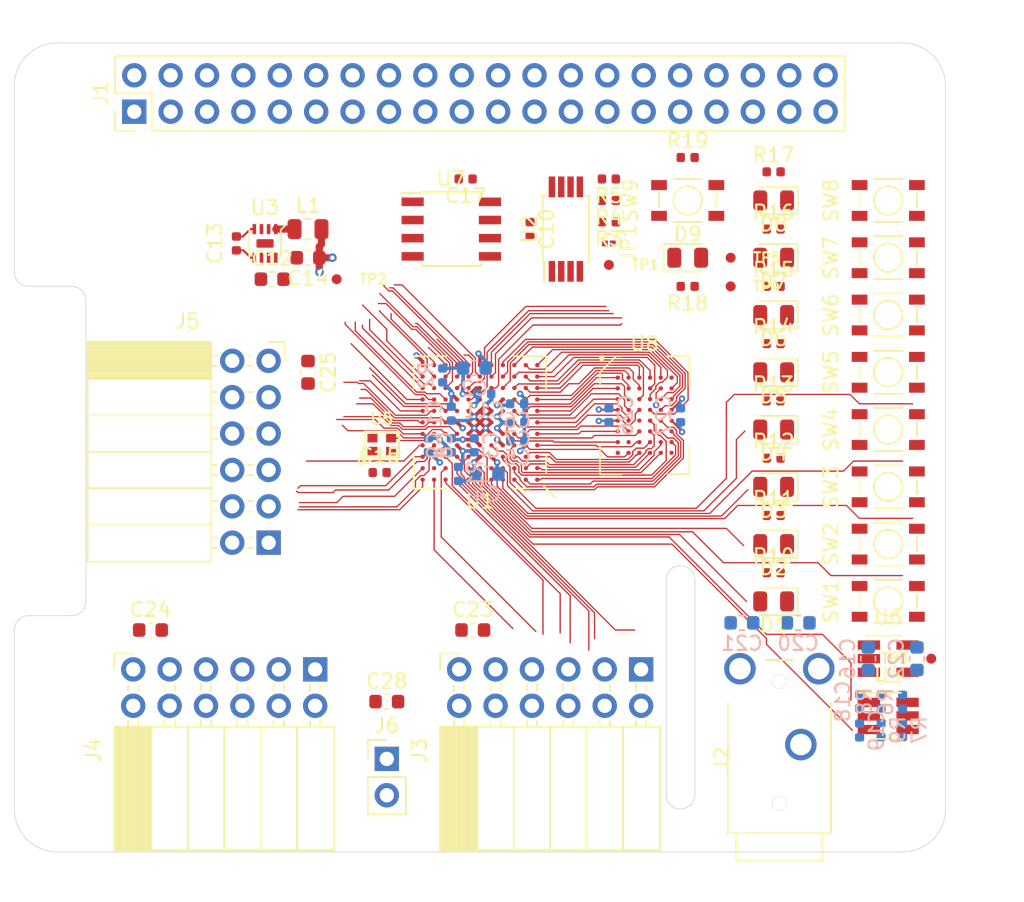
<source format=kicad_pcb>
(kicad_pcb (version 20171130) (host pcbnew 5.1.2+dfsg1-1)
  (layers (0 F.Cu signal) (1 In1.Cu power hide) (2 In2.Cu power) (31 B.Cu signal) (34 B.Paste user) (35 F.Paste user) (36 B.SilkS user hide) (37 F.SilkS user hide) (38 B.Mask user) (39 F.Mask user) (44 Edge.Cuts user))
  (net 0 "")
  (net 1 GND)
  (net 2 +1V2)
  (net 3 "Net-(C2-Pad2)")
  (net 4 "Net-(C2-Pad1)")
  (net 5 "Net-(C4-Pad2)")
  (net 6 "Net-(C4-Pad1)")
  (net 7 +3V3)
  (net 8 +5V)
  (net 9 "Net-(C13-Pad2)")
  (net 10 "Net-(C18-Pad1)")
  (net 11 "Net-(C19-Pad1)")
  (net 12 "Net-(C20-Pad1)")
  (net 13 "Net-(C21-Pad1)")
  (net 14 +3.3VDAC)
  (net 15 "Net-(D1-Pad1)")
  (net 16 /LED0)
  (net 17 /LED1)
  (net 18 "Net-(D2-Pad1)")
  (net 19 "Net-(D3-Pad1)")
  (net 20 /LED2)
  (net 21 /LED3)
  (net 22 "Net-(D4-Pad1)")
  (net 23 /LED4)
  (net 24 "Net-(D5-Pad1)")
  (net 25 "Net-(D6-Pad1)")
  (net 26 /LED5)
  (net 27 /LED6)
  (net 28 "Net-(D7-Pad1)")
  (net 29 "Net-(D8-Pad1)")
  (net 30 /LED7)
  (net 31 /GP13_FPGA_CDONE)
  (net 32 "Net-(J1-Pad3)")
  (net 33 "Net-(J1-Pad5)")
  (net 34 "Net-(J1-Pad7)")
  (net 35 /GP14_UART_TXD)
  (net 36 /GP15_UART_RXD)
  (net 37 "Net-(J1-Pad11)")
  (net 38 "Net-(J1-Pad12)")
  (net 39 /GP27_SDIO_DAT3)
  (net 40 /GP22_SDIO_CLK)
  (net 41 /GP23_SDIO_CMD)
  (net 42 /GP24_SDIO_DAT0)
  (net 43 /GP10_SPI_MOSI)
  (net 44 /GP9_SPI_MISO)
  (net 45 /GP25_SDIO_DAT1)
  (net 46 /GP11_SPI_SCK)
  (net 47 /GP8_SPI_~CS)
  (net 48 "Net-(J1-Pad26)")
  (net 49 /ID_SD)
  (net 50 /ID_SC)
  (net 51 "Net-(J1-Pad29)")
  (net 52 "Net-(J1-Pad31)")
  (net 53 /GP12_FPGA_~RST)
  (net 54 "Net-(J1-Pad35)")
  (net 55 "Net-(J1-Pad36)")
  (net 56 /GP26_SDIO_DAT2)
  (net 57 "Net-(J1-Pad38)")
  (net 58 "Net-(J1-Pad40)")
  (net 59 /IO0_0)
  (net 60 /IO0_1)
  (net 61 /IO0_2)
  (net 62 /IO0_3)
  (net 63 /IO0_4)
  (net 64 /IO0_5)
  (net 65 /IO0_6)
  (net 66 /IO0_7)
  (net 67 /IO1_7)
  (net 68 /IO1_6)
  (net 69 /IO1_5)
  (net 70 /IO1_4)
  (net 71 /IO1_3)
  (net 72 /IO1_2)
  (net 73 /IO1_1)
  (net 74 /IO1_0)
  (net 75 /IO2_0)
  (net 76 /IO2_1)
  (net 77 /IO2_2)
  (net 78 /IO2_3)
  (net 79 /IO2_4)
  (net 80 /IO2_5)
  (net 81 /IO2_6)
  (net 82 /IO2_7)
  (net 83 "Net-(JP1-Pad1)")
  (net 84 "Net-(L1-Pad1)")
  (net 85 "Net-(R6-Pad2)")
  (net 86 "Net-(R7-Pad2)")
  (net 87 /SW0)
  (net 88 /SW1)
  (net 89 /SW2)
  (net 90 /SW3)
  (net 91 /SW4)
  (net 92 /SW5)
  (net 93 /SW6)
  (net 94 /SW7)
  (net 95 /SRAM_DQ0)
  (net 96 /SRAM_DQ5)
  (net 97 /SRAM_DQ7)
  (net 98 /SRAM_DQ6)
  (net 99 /SRAM_DQ12)
  (net 100 /SRAM_A9)
  (net 101 /SRAM_A2)
  (net 102 /SRAM_A4)
  (net 103 /SRAM_A5)
  (net 104 /SRAM_A10)
  (net 105 /SRAM_DQ1)
  (net 106 /SRAM_DQ4)
  (net 107 /SRAM_DQ8)
  (net 108 /SRAM_DQ10)
  (net 109 /SRAM_DQ13)
  (net 110 /SRAM_DQ15)
  (net 111 /SRAM_A3)
  (net 112 /SRAM_A7)
  (net 113 /SRAM_A6)
  (net 114 /SRAM_A12)
  (net 115 /SRAM_DQ3)
  (net 116 /SRAM_DQ9)
  (net 117 /SRAM_DQ11)
  (net 118 /SRAM_A8)
  (net 119 /SRAM_A0)
  (net 120 /SRAM_A1)
  (net 121 /SRAM_A11)
  (net 122 /SRAM_A13)
  (net 123 /SRAM_A15)
  (net 124 /SRAM_DQ2)
  (net 125 /SRAM_DQ14)
  (net 126 /SRAM_A14)
  (net 127 /SRAM_A17)
  (net 128 /SRAM_A16)
  (net 129 /SRAM_~WE)
  (net 130 /SRAM_~OE)
  (net 131 /SRAM_~LB)
  (net 132 /SRAM_~UB)
  (net 133 /AUDIO_R_PWM)
  (net 134 "Net-(U1-PadB10)")
  (net 135 /CLK_OSC)
  (net 136 /AUDIO_L_PWM)
  (module fpga_hat:BGA-121_11x11_9.0x9.0mm (layer F.Cu) (at 132.5 106.5 180)
    (fp_text reference U1 (at 0 -5.5) (layer F.SilkS))
    (fp_text value iCE40-HX8k-BG121)
    (pad A1 smd circle (at -4 -4 180) (size 0.3 0.3) (layers F.Cu F.Paste F.Mask) (net 97 /SRAM_DQ7))
    (pad B1 smd circle (at -4 -3.2 180) (size 0.3 0.3) (layers F.Cu F.Paste F.Mask) (net 129 /SRAM_~WE))
    (pad C1 smd circle (at -4 -2.4 180) (size 0.3 0.3) (layers F.Cu F.Paste F.Mask) (net 100 /SRAM_A9))
    (pad D1 smd circle (at -4 -1.6 180) (size 0.3 0.3) (layers F.Cu F.Paste F.Mask) (net 114 /SRAM_A12))
    (pad E1 smd circle (at -4 -0.8 180) (size 0.3 0.3) (layers F.Cu F.Paste F.Mask) (net 125 /SRAM_DQ14))
    (pad F1 smd circle (at -4 0 180) (size 0.3 0.3) (layers F.Cu F.Paste F.Mask) (net 99 /SRAM_DQ12))
    (pad G1 smd circle (at -4 0.8 180) (size 0.3 0.3) (layers F.Cu F.Paste F.Mask) (net 107 /SRAM_DQ8))
    (pad H1 smd circle (at -4 1.6 180) (size 0.3 0.3) (layers F.Cu F.Paste F.Mask) (net 132 /SRAM_~UB))
    (pad J1 smd circle (at -4 2.4 180) (size 0.3 0.3) (layers F.Cu F.Paste F.Mask) (net 119 /SRAM_A0))
    (pad K1 smd circle (at -4 3.2 180) (size 0.3 0.3) (layers F.Cu F.Paste F.Mask) (net 102 /SRAM_A4))
    (pad L1 smd circle (at -4 4 180) (size 0.3 0.3) (layers F.Cu F.Paste F.Mask) (net 95 /SRAM_DQ0))
    (pad A2 smd circle (at -3.2 -4 180) (size 0.3 0.3) (layers F.Cu F.Paste F.Mask) (net 96 /SRAM_DQ5))
    (pad B2 smd circle (at -3.2 -3.2 180) (size 0.3 0.3) (layers F.Cu F.Paste F.Mask) (net 104 /SRAM_A10))
    (pad C2 smd circle (at -3.2 -2.4 180) (size 0.3 0.3) (layers F.Cu F.Paste F.Mask) (net 122 /SRAM_A13))
    (pad D2 smd circle (at -3.2 -1.6 180) (size 0.3 0.3) (layers F.Cu F.Paste F.Mask) (net 118 /SRAM_A8))
    (pad E2 smd circle (at -3.2 -0.8 180) (size 0.3 0.3) (layers F.Cu F.Paste F.Mask) (net 109 /SRAM_DQ13))
    (pad F2 smd circle (at -3.2 0 180) (size 0.3 0.3) (layers F.Cu F.Paste F.Mask) (net 116 /SRAM_DQ9))
    (pad G2 smd circle (at -3.2 0.8 180) (size 0.3 0.3) (layers F.Cu F.Paste F.Mask) (net 108 /SRAM_DQ10))
    (pad H2 smd circle (at -3.2 1.6 180) (size 0.3 0.3) (layers F.Cu F.Paste F.Mask) (net 130 /SRAM_~OE))
    (pad J2 smd circle (at -3.2 2.4 180) (size 0.3 0.3) (layers F.Cu F.Paste F.Mask) (net 111 /SRAM_A3))
    (pad K2 smd circle (at -3.2 3.2 180) (size 0.3 0.3) (layers F.Cu F.Paste F.Mask) (net 120 /SRAM_A1))
    (pad L2 smd circle (at -3.2 4 180) (size 0.3 0.3) (layers F.Cu F.Paste F.Mask) (net 113 /SRAM_A6))
    (pad A3 smd circle (at -2.4 -4 180) (size 0.3 0.3) (layers F.Cu F.Paste F.Mask) (net 106 /SRAM_DQ4))
    (pad B3 smd circle (at -2.4 -3.2 180) (size 0.3 0.3) (layers F.Cu F.Paste F.Mask) (net 98 /SRAM_DQ6))
    (pad C3 smd circle (at -2.4 -2.4 180) (size 0.3 0.3) (layers F.Cu F.Paste F.Mask) (net 123 /SRAM_A15))
    (pad D3 smd circle (at -2.4 -1.6 180) (size 0.3 0.3) (layers F.Cu F.Paste F.Mask) (net 121 /SRAM_A11))
    (pad E3 smd circle (at -2.4 -0.8 180) (size 0.3 0.3) (layers F.Cu F.Paste F.Mask) (net 126 /SRAM_A14))
    (pad F3 smd circle (at -2.4 0 180) (size 0.3 0.3) (layers F.Cu F.Paste F.Mask) (net 127 /SRAM_A17))
    (pad G3 smd circle (at -2.4 0.8 180) (size 0.3 0.3) (layers F.Cu F.Paste F.Mask) (net 117 /SRAM_DQ11))
    (pad H3 smd circle (at -2.4 1.6 180) (size 0.3 0.3) (layers F.Cu F.Paste F.Mask) (net 131 /SRAM_~LB))
    (pad J3 smd circle (at -2.4 2.4 180) (size 0.3 0.3) (layers F.Cu F.Paste F.Mask) (net 103 /SRAM_A5))
    (pad K3 smd circle (at -2.4 3.2 180) (size 0.3 0.3) (layers F.Cu F.Paste F.Mask) (net 101 /SRAM_A2))
    (pad L3 smd circle (at -2.4 4 180) (size 0.3 0.3) (layers F.Cu F.Paste F.Mask) (net 105 /SRAM_DQ1))
    (pad A4 smd circle (at -1.6 -4 180) (size 0.3 0.3) (layers F.Cu F.Paste F.Mask) (net 68 /IO1_6))
    (pad B4 smd circle (at -1.6 -3.2 180) (size 0.3 0.3) (layers F.Cu F.Paste F.Mask) (net 75 /IO2_0))
    (pad C4 smd circle (at -1.6 -2.4 180) (size 0.3 0.3) (layers F.Cu F.Paste F.Mask) (net 76 /IO2_1))
    (pad D4 smd circle (at -1.6 -1.6 180) (size 0.3 0.3) (layers F.Cu F.Paste F.Mask) (net 2 +1V2))
    (pad E4 smd circle (at -1.6 -0.8 180) (size 0.3 0.3) (layers F.Cu F.Paste F.Mask) (net 7 +3V3))
    (pad F4 smd circle (at -1.6 0 180) (size 0.3 0.3) (layers F.Cu F.Paste F.Mask) (net 110 /SRAM_DQ15))
    (pad G4 smd circle (at -1.6 0.8 180) (size 0.3 0.3) (layers F.Cu F.Paste F.Mask) (net 7 +3V3))
    (pad H4 smd circle (at -1.6 1.6 180) (size 0.3 0.3) (layers F.Cu F.Paste F.Mask) (net 2 +1V2))
    (pad J4 smd circle (at -1.6 2.4 180) (size 0.3 0.3) (layers F.Cu F.Paste F.Mask) (net 124 /SRAM_DQ2))
    (pad K4 smd circle (at -1.6 3.2 180) (size 0.3 0.3) (layers F.Cu F.Paste F.Mask) (net 115 /SRAM_DQ3))
    (pad L4 smd circle (at -1.6 4 180) (size 0.3 0.3) (layers F.Cu F.Paste F.Mask) (net 112 /SRAM_A7))
    (pad A5 smd circle (at -0.8 -4 180) (size 0.3 0.3) (layers F.Cu F.Paste F.Mask) (net 70 /IO1_4))
    (pad B5 smd circle (at -0.8 -3.2 180) (size 0.3 0.3) (layers F.Cu F.Paste F.Mask) (net 69 /IO1_5))
    (pad C5 smd circle (at -0.8 -2.4 180) (size 0.3 0.3) (layers F.Cu F.Paste F.Mask) (net 5 "Net-(C4-Pad2)"))
    (pad D5 smd circle (at -0.8 -1.6 180) (size 0.3 0.3) (layers F.Cu F.Paste F.Mask) (net 128 /SRAM_A16))
    (pad E5 smd circle (at -0.8 -0.8 180) (size 0.3 0.3) (layers F.Cu F.Paste F.Mask) (net 1 GND))
    (pad F5 smd circle (at -0.8 0 180) (size 0.3 0.3) (layers F.Cu F.Paste F.Mask) (net 1 GND))
    (pad G5 smd circle (at -0.8 0.8 180) (size 0.3 0.3) (layers F.Cu F.Paste F.Mask) (net 1 GND))
    (pad H5 smd circle (at -0.8 1.6 180) (size 0.3 0.3) (layers F.Cu F.Paste F.Mask) (net 1 GND))
    (pad J5 smd circle (at -0.8 2.4 180) (size 0.3 0.3) (layers F.Cu F.Paste F.Mask) (net 77 /IO2_2))
    (pad K5 smd circle (at -0.8 3.2 180) (size 0.3 0.3) (layers F.Cu F.Paste F.Mask) (net 67 /IO1_7))
    (pad L5 smd circle (at -0.8 4 180) (size 0.3 0.3) (layers F.Cu F.Paste F.Mask) (net 56 /GP26_SDIO_DAT2))
    (pad A6 smd circle (at 0 -4 180) (size 0.3 0.3) (layers F.Cu F.Paste F.Mask) (net 71 /IO1_3))
    (pad B6 smd circle (at 0 -3.2 180) (size 0.3 0.3) (layers F.Cu F.Paste F.Mask) (net 81 /IO2_6))
    (pad C6 smd circle (at 0 -2.4 180) (size 0.3 0.3) (layers F.Cu F.Paste F.Mask) (net 6 "Net-(C4-Pad1)"))
    (pad D6 smd circle (at 0 -1.6 180) (size 0.3 0.3) (layers F.Cu F.Paste F.Mask) (net 7 +3V3))
    (pad E6 smd circle (at 0 -0.8 180) (size 0.3 0.3) (layers F.Cu F.Paste F.Mask) (net 1 GND))
    (pad F6 smd circle (at 0 0 180) (size 0.3 0.3) (layers F.Cu F.Paste F.Mask) (net 1 GND))
    (pad G6 smd circle (at 0 0.8 180) (size 0.3 0.3) (layers F.Cu F.Paste F.Mask) (net 1 GND))
    (pad H6 smd circle (at 0 1.6 180) (size 0.3 0.3) (layers F.Cu F.Paste F.Mask) (net 7 +3V3))
    (pad J6 smd circle (at 0 2.4 180) (size 0.3 0.3) (layers F.Cu F.Paste F.Mask) (net 4 "Net-(C2-Pad1)"))
    (pad K6 smd circle (at 0 3.2 180) (size 0.3 0.3) (layers F.Cu F.Paste F.Mask) (net 39 /GP27_SDIO_DAT3))
    (pad L6 smd circle (at 0 4 180) (size 0.3 0.3) (layers F.Cu F.Paste F.Mask) (net 3 "Net-(C2-Pad2)"))
    (pad A7 smd circle (at 0.8 -4 180) (size 0.3 0.3) (layers F.Cu F.Paste F.Mask) (net 72 /IO1_2))
    (pad B7 smd circle (at 0.8 -3.2 180) (size 0.3 0.3) (layers F.Cu F.Paste F.Mask) (net 80 /IO2_5))
    (pad C7 smd circle (at 0.8 -2.4 180) (size 0.3 0.3) (layers F.Cu F.Paste F.Mask) (net 73 /IO1_1))
    (pad D7 smd circle (at 0.8 -1.6 180) (size 0.3 0.3) (layers F.Cu F.Paste F.Mask) (net 66 /IO0_7))
    (pad E7 smd circle (at 0.8 -0.8 180) (size 0.3 0.3) (layers F.Cu F.Paste F.Mask) (net 1 GND))
    (pad F7 smd circle (at 0.8 0 180) (size 0.3 0.3) (layers F.Cu F.Paste F.Mask) (net 1 GND))
    (pad G7 smd circle (at 0.8 0.8 180) (size 0.3 0.3) (layers F.Cu F.Paste F.Mask) (net 1 GND))
    (pad H7 smd circle (at 0.8 1.6 180) (size 0.3 0.3) (layers F.Cu F.Paste F.Mask) (net 79 /IO2_4))
    (pad J7 smd circle (at 0.8 2.4 180) (size 0.3 0.3) (layers F.Cu F.Paste F.Mask) (net 78 /IO2_3))
    (pad K7 smd circle (at 0.8 3.2 180) (size 0.3 0.3) (layers F.Cu F.Paste F.Mask) (net 133 /AUDIO_R_PWM))
    (pad L7 smd circle (at 0.8 4 180) (size 0.3 0.3) (layers F.Cu F.Paste F.Mask) (net 41 /GP23_SDIO_CMD))
    (pad A8 smd circle (at 1.6 -4 180) (size 0.3 0.3) (layers F.Cu F.Paste F.Mask) (net 74 /IO1_0))
    (pad B8 smd circle (at 1.6 -3.2 180) (size 0.3 0.3) (layers F.Cu F.Paste F.Mask) (net 63 /IO0_4))
    (pad C8 smd circle (at 1.6 -2.4 180) (size 0.3 0.3) (layers F.Cu F.Paste F.Mask) (net 65 /IO0_6))
    (pad D8 smd circle (at 1.6 -1.6 180) (size 0.3 0.3) (layers F.Cu F.Paste F.Mask) (net 2 +1V2))
    (pad E8 smd circle (at 1.6 -0.8 180) (size 0.3 0.3) (layers F.Cu F.Paste F.Mask) (net 90 /SW3))
    (pad F8 smd circle (at 1.6 0 180) (size 0.3 0.3) (layers F.Cu F.Paste F.Mask) (net 7 +3V3))
    (pad G8 smd circle (at 1.6 0.8 180) (size 0.3 0.3) (layers F.Cu F.Paste F.Mask) (net 21 /LED3))
    (pad H8 smd circle (at 1.6 1.6 180) (size 0.3 0.3) (layers F.Cu F.Paste F.Mask) (net 2 +1V2))
    (pad J8 smd circle (at 1.6 2.4 180) (size 0.3 0.3) (layers F.Cu F.Paste F.Mask) (net 40 /GP22_SDIO_CLK))
    (pad K8 smd circle (at 1.6 3.2 180) (size 0.3 0.3) (layers F.Cu F.Paste F.Mask) (net 31 /GP13_FPGA_CDONE))
    (pad L8 smd circle (at 1.6 4 180) (size 0.3 0.3) (layers F.Cu F.Paste F.Mask) (net 42 /GP24_SDIO_DAT0))
    (pad A9 smd circle (at 2.4 -4 180) (size 0.3 0.3) (layers F.Cu F.Paste F.Mask) (net 64 /IO0_5))
    (pad B9 smd circle (at 2.4 -3.2 180) (size 0.3 0.3) (layers F.Cu F.Paste F.Mask) (net 62 /IO0_3))
    (pad C9 smd circle (at 2.4 -2.4 180) (size 0.3 0.3) (layers F.Cu F.Paste F.Mask) (net 61 /IO0_2))
    (pad D9 smd circle (at 2.4 -1.6 180) (size 0.3 0.3) (layers F.Cu F.Paste F.Mask) (net 91 /SW4))
    (pad E9 smd circle (at 2.4 -0.8 180) (size 0.3 0.3) (layers F.Cu F.Paste F.Mask) (net 89 /SW2))
    (pad F9 smd circle (at 2.4 0 180) (size 0.3 0.3) (layers F.Cu F.Paste F.Mask) (net 88 /SW1))
    (pad G9 smd circle (at 2.4 0.8 180) (size 0.3 0.3) (layers F.Cu F.Paste F.Mask) (net 27 /LED6))
    (pad H9 smd circle (at 2.4 1.6 180) (size 0.3 0.3) (layers F.Cu F.Paste F.Mask) (net 45 /GP25_SDIO_DAT1))
    (pad J9 smd circle (at 2.4 2.4 180) (size 0.3 0.3) (layers F.Cu F.Paste F.Mask) (net 44 /GP9_SPI_MISO))
    (pad K9 smd circle (at 2.4 3.2 180) (size 0.3 0.3) (layers F.Cu F.Paste F.Mask) (net 43 /GP10_SPI_MOSI))
    (pad L9 smd circle (at 2.4 4 180) (size 0.3 0.3) (layers F.Cu F.Paste F.Mask) (net 53 /GP12_FPGA_~RST))
    (pad A10 smd circle (at 3.2 -4 180) (size 0.3 0.3) (layers F.Cu F.Paste F.Mask) (net 60 /IO0_1))
    (pad B10 smd circle (at 3.2 -3.2 180) (size 0.3 0.3) (layers F.Cu F.Paste F.Mask) (net 134 "Net-(U1-PadB10)"))
    (pad C10 smd circle (at 3.2 -2.4 180) (size 0.3 0.3) (layers F.Cu F.Paste F.Mask) (net 7 +3V3))
    (pad D10 smd circle (at 3.2 -1.6 180) (size 0.3 0.3) (layers F.Cu F.Paste F.Mask) (net 94 /SW7))
    (pad E10 smd circle (at 3.2 -0.8 180) (size 0.3 0.3) (layers F.Cu F.Paste F.Mask) (net 135 /CLK_OSC))
    (pad F10 smd circle (at 3.2 0 180) (size 0.3 0.3) (layers F.Cu F.Paste F.Mask) (net 87 /SW0))
    (pad G10 smd circle (at 3.2 0.8 180) (size 0.3 0.3) (layers F.Cu F.Paste F.Mask) (net 26 /LED5))
    (pad H10 smd circle (at 3.2 1.6 180) (size 0.3 0.3) (layers F.Cu F.Paste F.Mask) (net 17 /LED1))
    (pad J10 smd circle (at 3.2 2.4 180) (size 0.3 0.3) (layers F.Cu F.Paste F.Mask) (net 20 /LED2))
    (pad K10 smd circle (at 3.2 3.2 180) (size 0.3 0.3) (layers F.Cu F.Paste F.Mask) (net 47 /GP8_SPI_~CS))
    (pad L10 smd circle (at 3.2 4 180) (size 0.3 0.3) (layers F.Cu F.Paste F.Mask) (net 46 /GP11_SPI_SCK))
    (pad A11 smd circle (at 4 -4 180) (size 0.3 0.3) (layers F.Cu F.Paste F.Mask) (net 59 /IO0_0))
    (pad B11 smd circle (at 4 -3.2 180) (size 0.3 0.3) (layers F.Cu F.Paste F.Mask) (net 36 /GP15_UART_RXD))
    (pad C11 smd circle (at 4 -2.4 180) (size 0.3 0.3) (layers F.Cu F.Paste F.Mask) (net 35 /GP14_UART_TXD))
    (pad D11 smd circle (at 4 -1.6 180) (size 0.3 0.3) (layers F.Cu F.Paste F.Mask) (net 93 /SW6))
    (pad E11 smd circle (at 4 -0.8 180) (size 0.3 0.3) (layers F.Cu F.Paste F.Mask) (net 92 /SW5))
    (pad F11 smd circle (at 4 0 180) (size 0.3 0.3) (layers F.Cu F.Paste F.Mask) (net 136 /AUDIO_L_PWM))
    (pad G11 smd circle (at 4 0.8 180) (size 0.3 0.3) (layers F.Cu F.Paste F.Mask) (net 30 /LED7))
    (pad H11 smd circle (at 4 1.6 180) (size 0.3 0.3) (layers F.Cu F.Paste F.Mask) (net 23 /LED4))
    (pad J11 smd circle (at 4 2.4 180) (size 0.3 0.3) (layers F.Cu F.Paste F.Mask) (net 82 /IO2_7))
    (pad K11 smd circle (at 4 3.2 180) (size 0.3 0.3) (layers F.Cu F.Paste F.Mask) (net 16 /LED0))
    (pad L11 smd circle (at 4 4 180) (size 0.3 0.3) (layers F.Cu F.Paste F.Mask) (net 7 +3V3))
  )
  (module Capacitor_SMD:C_0402_1005Metric (layer B.Cu) (at 128.9 108.1 90)
    (fp_text reference C8 (at 0 1.17 90) (layer B.SilkS) (effects (justify mirror)))
    (fp_text value 100n)
    (pad 2 smd roundrect (at 0.485 0 90) (size 0.59 0.64) (layers B.Cu B.Paste B.Mask) (net 1 GND))
    (pad 1 smd roundrect (at -0.485 0 90) (size 0.59 0.64) (layers B.Cu B.Paste B.Mask) (net 7 +3V3))
  )
  (module fpga_hat:MOUNTHOLE_M2.5 (layer F.Cu) (at 161.5 83.5)
    (fp_text reference REF** hide)
    (fp_text value MOUNTHOLE_M2.5 hide)
    (pad "" np_thru_hole circle (at 0 0) (size 2.75 2.75) (drill 2.75) (layers *.Cu *.Mask) (thermal_gap 1.9))
  )
  (module fpga_hat:MOUNTHOLE_M2.5 (layer F.Cu) (at 161.5 133)
    (fp_text reference REF** hide)
    (fp_text value MOUNTHOLE_M2.5 hide)
    (pad "" np_thru_hole circle (at 0 0) (size 2.75 2.75) (drill 2.75) (layers *.Cu *.Mask) (thermal_gap 1.9))
  )
  (module fpga_hat:MOUNTHOLE_M2.5 (layer F.Cu) (at 103.5 133)
    (fp_text reference REF** hide)
    (fp_text value MOUNTHOLE_M2.5 hide)
    (pad "" np_thru_hole circle (at 0 0) (size 2.75 2.75) (drill 2.75) (layers *.Cu *.Mask) (thermal_gap 1.9))
  )
  (module fpga_hat:MOUNTHOLE_M2.5 (layer F.Cu) (at 103.5 83.5)
    (fp_text reference REF** hide)
    (fp_text value MOUNTHOLE_M2.5 hide)
    (pad "" np_thru_hole circle (at 0 0) (size 2.75 2.75) (drill 2.75) (layers *.Cu *.Mask) (thermal_gap 1.9))
  )
  (module Capacitor_SMD:C_0402_1005Metric (layer B.Cu) (at 130.5 105.885 270)
    (fp_text reference C1 (at 0 1.17 90) (layer B.SilkS) (effects (justify mirror)))
    (fp_text value 100n)
    (pad 2 smd roundrect (at 0.485 0 270) (size 0.59 0.64) (layers B.Cu B.Paste B.Mask) (net 1 GND))
    (pad 1 smd roundrect (at -0.485 0 270) (size 0.59 0.64) (layers B.Cu B.Paste B.Mask) (net 2 +1V2))
  )
  (module Capacitor_SMD:C_0603_1608Metric (layer B.Cu) (at 132.1125 102.7)
    (fp_text reference C2 (at 0 1.43) (layer B.SilkS) (effects (justify mirror)))
    (fp_text value 4u7)
    (pad 2 smd roundrect (at 0.7875 0) (size 0.875 0.95) (layers B.Cu B.Paste B.Mask) (net 3 "Net-(C2-Pad2)"))
    (pad 1 smd roundrect (at -0.7875 0) (size 0.875 0.95) (layers B.Cu B.Paste B.Mask) (net 4 "Net-(C2-Pad1)"))
  )
  (module Capacitor_SMD:C_0402_1005Metric (layer B.Cu) (at 132.1 108.1 90)
    (fp_text reference C3 (at 0 1.17 90) (layer B.SilkS) (effects (justify mirror)))
    (fp_text value 100n)
    (pad 1 smd roundrect (at -0.485 0 90) (size 0.59 0.64) (layers B.Cu B.Paste B.Mask) (net 2 +1V2))
    (pad 2 smd roundrect (at 0.485 0 90) (size 0.59 0.64) (layers B.Cu B.Paste B.Mask) (net 1 GND))
  )
  (module Capacitor_SMD:C_0603_1608Metric (layer B.Cu) (at 133 110.1)
    (fp_text reference C4 (at 0 1.43) (layer B.SilkS) (effects (justify mirror)))
    (fp_text value 4u7)
    (pad 1 smd roundrect (at -0.7875 0) (size 0.875 0.95) (layers B.Cu B.Paste B.Mask) (net 6 "Net-(C4-Pad1)"))
    (pad 2 smd roundrect (at 0.7875 0) (size 0.875 0.95) (layers B.Cu B.Paste B.Mask) (net 5 "Net-(C4-Pad2)"))
  )
  (module Capacitor_SMD:C_0402_1005Metric (layer B.Cu) (at 135.1 107.8)
    (fp_text reference C5 (at 0 1.17 180) (layer B.SilkS) (effects (justify mirror)))
    (fp_text value 100n)
    (pad 1 smd roundrect (at -0.485 0) (size 0.59 0.64) (layers B.Cu B.Paste B.Mask) (net 2 +1V2))
    (pad 2 smd roundrect (at 0.485 0) (size 0.59 0.64) (layers B.Cu B.Paste B.Mask) (net 1 GND))
  )
  (module Capacitor_SMD:C_0402_1005Metric (layer B.Cu) (at 135.1 105.2)
    (fp_text reference C6 (at 0 1.17) (layer B.SilkS) (effects (justify mirror)))
    (fp_text value 100n)
    (pad 2 smd roundrect (at 0.485 0) (size 0.59 0.64) (layers B.Cu B.Paste B.Mask) (net 1 GND))
    (pad 1 smd roundrect (at -0.485 0) (size 0.59 0.64) (layers B.Cu B.Paste B.Mask) (net 2 +1V2))
  )
  (module Capacitor_SMD:C_0402_1005Metric (layer B.Cu) (at 135.115 106.5)
    (fp_text reference C7 (at 0 1.17 180) (layer B.SilkS) (effects (justify mirror)))
    (fp_text value 100n)
    (pad 2 smd roundrect (at 0.485 0) (size 0.59 0.64) (layers B.Cu B.Paste B.Mask) (net 1 GND))
    (pad 1 smd roundrect (at -0.485 0) (size 0.59 0.64) (layers B.Cu B.Paste B.Mask) (net 7 +3V3))
  )
  (module Capacitor_SMD:C_0402_1005Metric (layer B.Cu) (at 130.5 108.1 270)
    (fp_text reference C9 (at 0 1.17 90) (layer B.SilkS) (effects (justify mirror)))
    (fp_text value 100n)
    (pad 2 smd roundrect (at 0.485 0 270) (size 0.59 0.64) (layers B.Cu B.Paste B.Mask) (net 1 GND))
    (pad 1 smd roundrect (at -0.485 0 270) (size 0.59 0.64) (layers B.Cu B.Paste B.Mask) (net 7 +3V3))
  )
  (module Capacitor_SMD:C_0402_1005Metric (layer F.Cu) (at 136 93 270)
    (fp_text reference C10 (at 0 -1.17 90) (layer F.SilkS))
    (fp_text value 100n)
    (pad 2 smd roundrect (at 0.485 0 270) (size 0.59 0.64) (layers F.Cu F.Paste F.Mask) (net 1 GND))
    (pad 1 smd roundrect (at -0.485 0 270) (size 0.59 0.64) (layers F.Cu F.Paste F.Mask) (net 7 +3V3))
  )
  (module Capacitor_SMD:C_0402_1005Metric (layer B.Cu) (at 132.8 104.5)
    (fp_text reference C11 (at 0 1.17) (layer B.SilkS) (effects (justify mirror)))
    (fp_text value 100n)
    (pad 1 smd roundrect (at -0.485 0) (size 0.59 0.64) (layers B.Cu B.Paste B.Mask) (net 7 +3V3))
    (pad 2 smd roundrect (at 0.485 0) (size 0.59 0.64) (layers B.Cu B.Paste B.Mask) (net 1 GND))
  )
  (module Capacitor_SMD:C_0603_1608Metric (layer F.Cu) (at 118 96.5)
    (fp_text reference C12 (at 0 -1.43) (layer F.SilkS))
    (fp_text value 4u7)
    (pad 2 smd roundrect (at 0.7875 0) (size 0.875 0.95) (layers F.Cu F.Paste F.Mask) (net 1 GND))
    (pad 1 smd roundrect (at -0.7875 0) (size 0.875 0.95) (layers F.Cu F.Paste F.Mask) (net 8 +5V))
  )
  (module Capacitor_SMD:C_0402_1005Metric (layer F.Cu) (at 115.5 94 270)
    (fp_text reference C13 (at 0 1.5 90) (layer F.SilkS))
    (fp_text value 560p)
    (pad 1 smd roundrect (at -0.485 0 270) (size 0.59 0.64) (layers F.Cu F.Paste F.Mask) (net 2 +1V2))
    (pad 2 smd roundrect (at 0.485 0 270) (size 0.59 0.64) (layers F.Cu F.Paste F.Mask) (net 9 "Net-(C13-Pad2)"))
  )
  (module Capacitor_SMD:C_0603_1608Metric (layer F.Cu) (at 120.5 95 180)
    (fp_text reference C14 (at 0 -1.43) (layer F.SilkS))
    (fp_text value 4u7)
    (pad 2 smd roundrect (at 0.7875 0 180) (size 0.875 0.95) (layers F.Cu F.Paste F.Mask) (net 1 GND))
    (pad 1 smd roundrect (at -0.7875 0 180) (size 0.875 0.95) (layers F.Cu F.Paste F.Mask) (net 2 +1V2))
  )
  (module Capacitor_SMD:C_0402_1005Metric (layer F.Cu) (at 125.5 110)
    (fp_text reference C15 (at 0 -1.17) (layer F.SilkS))
    (fp_text value 100n)
    (pad 2 smd roundrect (at 0.485 0) (size 0.59 0.64) (layers F.Cu F.Paste F.Mask) (net 1 GND))
    (pad 1 smd roundrect (at -0.485 0) (size 0.59 0.64) (layers F.Cu F.Paste F.Mask) (net 7 +3V3))
  )
  (module Capacitor_SMD:C_0603_1608Metric (layer B.Cu) (at 159.6 123 270)
    (fp_text reference C16 (at 0 1.43 90) (layer B.SilkS) (effects (justify mirror)))
    (fp_text value 1u)
    (pad 1 smd roundrect (at -0.7875 0 270) (size 0.875 0.95) (layers B.Cu B.Paste B.Mask) (net 8 +5V))
    (pad 2 smd roundrect (at 0.7875 0 270) (size 0.875 0.95) (layers B.Cu B.Paste B.Mask) (net 1 GND))
  )
  (module Capacitor_SMD:C_0402_1005Metric (layer F.Cu) (at 131.5 89.5 180)
    (fp_text reference C17 (at 0 -1.17) (layer F.SilkS))
    (fp_text value 100n)
    (pad 1 smd roundrect (at -0.485 0 180) (size 0.59 0.64) (layers F.Cu F.Paste F.Mask) (net 7 +3V3))
    (pad 2 smd roundrect (at 0.485 0 180) (size 0.59 0.64) (layers F.Cu F.Paste F.Mask) (net 1 GND))
  )
  (module Capacitor_SMD:C_0402_1005Metric (layer B.Cu) (at 159 125.985 270)
    (fp_text reference C18 (at 0 1.17 90) (layer B.SilkS) (effects (justify mirror)))
    (fp_text value 100n)
    (pad 1 smd roundrect (at -0.485 0 270) (size 0.59 0.64) (layers B.Cu B.Paste B.Mask) (net 10 "Net-(C18-Pad1)"))
    (pad 2 smd roundrect (at 0.485 0 270) (size 0.59 0.64) (layers B.Cu B.Paste B.Mask) (net 1 GND))
  )
  (module Capacitor_SMD:C_0402_1005Metric (layer B.Cu) (at 159 128.015 90)
    (fp_text reference C19 (at 0 1.17 90) (layer B.SilkS) (effects (justify mirror)))
    (fp_text value 100n)
    (pad 1 smd roundrect (at -0.485 0 90) (size 0.59 0.64) (layers B.Cu B.Paste B.Mask) (net 11 "Net-(C19-Pad1)"))
    (pad 2 smd roundrect (at 0.485 0 90) (size 0.59 0.64) (layers B.Cu B.Paste B.Mask) (net 1 GND))
  )
  (module Capacitor_SMD:C_0603_1608Metric (layer B.Cu) (at 154.7125 120.5)
    (fp_text reference C20 (at 0 1.43) (layer B.SilkS) (effects (justify mirror)))
    (fp_text value 4u7)
    (pad 1 smd roundrect (at -0.7875 0) (size 0.875 0.95) (layers B.Cu B.Paste B.Mask) (net 12 "Net-(C20-Pad1)"))
    (pad 2 smd roundrect (at 0.7875 0) (size 0.875 0.95) (layers B.Cu B.Paste B.Mask) (net 10 "Net-(C18-Pad1)"))
  )
  (module Capacitor_SMD:C_0603_1608Metric (layer B.Cu) (at 150.7875 120.5)
    (fp_text reference C21 (at 0 1.43) (layer B.SilkS) (effects (justify mirror)))
    (fp_text value 4u7)
    (pad 1 smd roundrect (at -0.7875 0) (size 0.875 0.95) (layers B.Cu B.Paste B.Mask) (net 13 "Net-(C21-Pad1)"))
    (pad 2 smd roundrect (at 0.7875 0) (size 0.875 0.95) (layers B.Cu B.Paste B.Mask) (net 11 "Net-(C19-Pad1)"))
  )
  (module Capacitor_SMD:C_0603_1608Metric (layer B.Cu) (at 163 123 270)
    (fp_text reference C22 (at 0 1.43 90) (layer B.SilkS) (effects (justify mirror)))
    (fp_text value 1u)
    (pad 2 smd roundrect (at 0.7875 0 270) (size 0.875 0.95) (layers B.Cu B.Paste B.Mask) (net 1 GND))
    (pad 1 smd roundrect (at -0.7875 0 270) (size 0.875 0.95) (layers B.Cu B.Paste B.Mask) (net 14 +3.3VDAC))
  )
  (module Capacitor_SMD:C_0603_1608Metric (layer F.Cu) (at 132 121)
    (fp_text reference C23 (at 0 -1.43) (layer F.SilkS))
    (fp_text value 1u)
    (pad 2 smd roundrect (at 0.7875 0) (size 0.875 0.95) (layers F.Cu F.Paste F.Mask) (net 1 GND))
    (pad 1 smd roundrect (at -0.7875 0) (size 0.875 0.95) (layers F.Cu F.Paste F.Mask) (net 7 +3V3))
  )
  (module Capacitor_SMD:C_0603_1608Metric (layer F.Cu) (at 109.5 121)
    (fp_text reference C24 (at 0 -1.43) (layer F.SilkS))
    (fp_text value 1u)
    (pad 1 smd roundrect (at -0.7875 0) (size 0.875 0.95) (layers F.Cu F.Paste F.Mask) (net 7 +3V3))
    (pad 2 smd roundrect (at 0.7875 0) (size 0.875 0.95) (layers F.Cu F.Paste F.Mask) (net 1 GND))
  )
  (module Capacitor_SMD:C_0603_1608Metric (layer F.Cu) (at 120.5 103 270)
    (fp_text reference C25 (at 0 -1.43 90) (layer F.SilkS))
    (fp_text value 1u)
    (pad 2 smd roundrect (at 0.7875 0 270) (size 0.875 0.95) (layers F.Cu F.Paste F.Mask) (net 1 GND))
    (pad 1 smd roundrect (at -0.7875 0 270) (size 0.875 0.95) (layers F.Cu F.Paste F.Mask) (net 7 +3V3))
  )
  (module Capacitor_SMD:C_0402_1005Metric (layer B.Cu) (at 141.5 106 90)
    (fp_text reference C26 (at 0 1.17 270) (layer B.SilkS) (effects (justify mirror)))
    (fp_text value 100n)
    (pad 1 smd roundrect (at -0.485 0 90) (size 0.59 0.64) (layers B.Cu B.Paste B.Mask) (net 7 +3V3))
    (pad 2 smd roundrect (at 0.485 0 90) (size 0.59 0.64) (layers B.Cu B.Paste B.Mask) (net 1 GND))
  )
  (module Capacitor_SMD:C_0402_1005Metric (layer B.Cu) (at 146.5 106 270)
    (fp_text reference C27 (at 0 1.17 270) (layer B.SilkS) (effects (justify mirror)))
    (fp_text value 100n)
    (pad 2 smd roundrect (at 0.485 0 270) (size 0.59 0.64) (layers B.Cu B.Paste B.Mask) (net 1 GND))
    (pad 1 smd roundrect (at -0.485 0 270) (size 0.59 0.64) (layers B.Cu B.Paste B.Mask) (net 7 +3V3))
  )
  (module Capacitor_SMD:C_0603_1608Metric (layer F.Cu) (at 126 126)
    (fp_text reference C28 (at 0 -1.43) (layer F.SilkS))
    (fp_text value 1u)
    (pad 1 smd roundrect (at -0.7875 0) (size 0.875 0.95) (layers F.Cu F.Paste F.Mask) (net 8 +5V))
    (pad 2 smd roundrect (at 0.7875 0) (size 0.875 0.95) (layers F.Cu F.Paste F.Mask) (net 1 GND))
  )
  (module LED_SMD:LED_0805_2012Metric (layer F.Cu) (at 153 119 180)
    (fp_text reference D1 (at 0 -1.65) (layer F.SilkS))
    (fp_text value LED)
    (pad 1 smd roundrect (at -0.9375 0 180) (size 0.975 1.4) (layers F.Cu F.Paste F.Mask) (net 15 "Net-(D1-Pad1)"))
    (pad 2 smd roundrect (at 0.9375 0 180) (size 0.975 1.4) (layers F.Cu F.Paste F.Mask) (net 16 /LED0))
  )
  (module LED_SMD:LED_0805_2012Metric (layer F.Cu) (at 153 115 180)
    (fp_text reference D2 (at 0 -1.65) (layer F.SilkS))
    (fp_text value LED)
    (pad 1 smd roundrect (at -0.9375 0 180) (size 0.975 1.4) (layers F.Cu F.Paste F.Mask) (net 18 "Net-(D2-Pad1)"))
    (pad 2 smd roundrect (at 0.9375 0 180) (size 0.975 1.4) (layers F.Cu F.Paste F.Mask) (net 17 /LED1))
  )
  (module LED_SMD:LED_0805_2012Metric (layer F.Cu) (at 153 111 180)
    (fp_text reference D3 (at 0 -1.65) (layer F.SilkS))
    (fp_text value LED)
    (pad 2 smd roundrect (at 0.9375 0 180) (size 0.975 1.4) (layers F.Cu F.Paste F.Mask) (net 20 /LED2))
    (pad 1 smd roundrect (at -0.9375 0 180) (size 0.975 1.4) (layers F.Cu F.Paste F.Mask) (net 19 "Net-(D3-Pad1)"))
  )
  (module LED_SMD:LED_0805_2012Metric (layer F.Cu) (at 153 107 180)
    (fp_text reference D4 (at 0 -1.65) (layer F.SilkS))
    (fp_text value LED)
    (pad 1 smd roundrect (at -0.9375 0 180) (size 0.975 1.4) (layers F.Cu F.Paste F.Mask) (net 22 "Net-(D4-Pad1)"))
    (pad 2 smd roundrect (at 0.9375 0 180) (size 0.975 1.4) (layers F.Cu F.Paste F.Mask) (net 21 /LED3))
  )
  (module LED_SMD:LED_0805_2012Metric (layer F.Cu) (at 153 103 180)
    (fp_text reference D5 (at 0 -1.65) (layer F.SilkS))
    (fp_text value LED)
    (pad 2 smd roundrect (at 0.9375 0 180) (size 0.975 1.4) (layers F.Cu F.Paste F.Mask) (net 23 /LED4))
    (pad 1 smd roundrect (at -0.9375 0 180) (size 0.975 1.4) (layers F.Cu F.Paste F.Mask) (net 24 "Net-(D5-Pad1)"))
  )
  (module LED_SMD:LED_0805_2012Metric (layer F.Cu) (at 153 99 180)
    (fp_text reference D6 (at 0 -1.65) (layer F.SilkS))
    (fp_text value LED)
    (pad 1 smd roundrect (at -0.9375 0 180) (size 0.975 1.4) (layers F.Cu F.Paste F.Mask) (net 25 "Net-(D6-Pad1)"))
    (pad 2 smd roundrect (at 0.9375 0 180) (size 0.975 1.4) (layers F.Cu F.Paste F.Mask) (net 26 /LED5))
  )
  (module LED_SMD:LED_0805_2012Metric (layer F.Cu) (at 153 95 180)
    (fp_text reference D7 (at 0 -1.65) (layer F.SilkS))
    (fp_text value LED)
    (pad 2 smd roundrect (at 0.9375 0 180) (size 0.975 1.4) (layers F.Cu F.Paste F.Mask) (net 27 /LED6))
    (pad 1 smd roundrect (at -0.9375 0 180) (size 0.975 1.4) (layers F.Cu F.Paste F.Mask) (net 28 "Net-(D7-Pad1)"))
  )
  (module LED_SMD:LED_0805_2012Metric (layer F.Cu) (at 153 91 180)
    (fp_text reference D8 (at 0 -1.65) (layer F.SilkS))
    (fp_text value LED)
    (pad 1 smd roundrect (at -0.9375 0 180) (size 0.975 1.4) (layers F.Cu F.Paste F.Mask) (net 29 "Net-(D8-Pad1)"))
    (pad 2 smd roundrect (at 0.9375 0 180) (size 0.975 1.4) (layers F.Cu F.Paste F.Mask) (net 30 /LED7))
  )
  (module LED_SMD:LED_0805_2012Metric (layer F.Cu) (at 147 95)
    (fp_text reference D9 (at 0 -1.65) (layer F.SilkS))
    (fp_text value LED)
    (pad 2 smd roundrect (at 0.9375 0) (size 0.975 1.4) (layers F.Cu F.Paste F.Mask) (net 31 /GP13_FPGA_CDONE))
    (pad 1 smd roundrect (at -0.9375 0) (size 0.975 1.4) (layers F.Cu F.Paste F.Mask) (net 1 GND))
  )
  (module Connector_PinHeader_2.54mm:PinHeader_2x20_P2.54mm_Vertical (layer F.Cu) (at 108.37 84.8 90)
    (fp_text reference J1 (at 1.27 -2.33 90) (layer F.SilkS))
    (fp_text value 2x20)
    (pad 1 thru_hole rect (at 0 0 90) (size 1.7 1.7) (drill 1) (layers *.Cu *.Mask) (net 7 +3V3))
    (pad 2 thru_hole oval (at 2.54 0 90) (size 1.7 1.7) (drill 1) (layers *.Cu *.Mask) (net 8 +5V))
    (pad 3 thru_hole oval (at 0 2.54 90) (size 1.7 1.7) (drill 1) (layers *.Cu *.Mask) (net 32 "Net-(J1-Pad3)"))
    (pad 4 thru_hole oval (at 2.54 2.54 90) (size 1.7 1.7) (drill 1) (layers *.Cu *.Mask) (net 8 +5V))
    (pad 5 thru_hole oval (at 0 5.08 90) (size 1.7 1.7) (drill 1) (layers *.Cu *.Mask) (net 33 "Net-(J1-Pad5)"))
    (pad 6 thru_hole oval (at 2.54 5.08 90) (size 1.7 1.7) (drill 1) (layers *.Cu *.Mask) (net 1 GND))
    (pad 7 thru_hole oval (at 0 7.62 90) (size 1.7 1.7) (drill 1) (layers *.Cu *.Mask) (net 34 "Net-(J1-Pad7)"))
    (pad 8 thru_hole oval (at 2.54 7.62 90) (size 1.7 1.7) (drill 1) (layers *.Cu *.Mask) (net 35 /GP14_UART_TXD))
    (pad 9 thru_hole oval (at 0 10.16 90) (size 1.7 1.7) (drill 1) (layers *.Cu *.Mask) (net 1 GND))
    (pad 10 thru_hole oval (at 2.54 10.16 90) (size 1.7 1.7) (drill 1) (layers *.Cu *.Mask) (net 36 /GP15_UART_RXD))
    (pad 11 thru_hole oval (at 0 12.7 90) (size 1.7 1.7) (drill 1) (layers *.Cu *.Mask) (net 37 "Net-(J1-Pad11)"))
    (pad 12 thru_hole oval (at 2.54 12.7 90) (size 1.7 1.7) (drill 1) (layers *.Cu *.Mask) (net 38 "Net-(J1-Pad12)"))
    (pad 13 thru_hole oval (at 0 15.24 90) (size 1.7 1.7) (drill 1) (layers *.Cu *.Mask) (net 39 /GP27_SDIO_DAT3))
    (pad 14 thru_hole oval (at 2.54 15.24 90) (size 1.7 1.7) (drill 1) (layers *.Cu *.Mask) (net 1 GND))
    (pad 15 thru_hole oval (at 0 17.78 90) (size 1.7 1.7) (drill 1) (layers *.Cu *.Mask) (net 40 /GP22_SDIO_CLK))
    (pad 16 thru_hole oval (at 2.54 17.78 90) (size 1.7 1.7) (drill 1) (layers *.Cu *.Mask) (net 41 /GP23_SDIO_CMD))
    (pad 17 thru_hole oval (at 0 20.32 90) (size 1.7 1.7) (drill 1) (layers *.Cu *.Mask) (net 7 +3V3))
    (pad 18 thru_hole oval (at 2.54 20.32 90) (size 1.7 1.7) (drill 1) (layers *.Cu *.Mask) (net 42 /GP24_SDIO_DAT0))
    (pad 19 thru_hole oval (at 0 22.86 90) (size 1.7 1.7) (drill 1) (layers *.Cu *.Mask) (net 43 /GP10_SPI_MOSI))
    (pad 20 thru_hole oval (at 2.54 22.86 90) (size 1.7 1.7) (drill 1) (layers *.Cu *.Mask) (net 1 GND))
    (pad 21 thru_hole oval (at 0 25.4 90) (size 1.7 1.7) (drill 1) (layers *.Cu *.Mask) (net 44 /GP9_SPI_MISO))
    (pad 22 thru_hole oval (at 2.54 25.4 90) (size 1.7 1.7) (drill 1) (layers *.Cu *.Mask) (net 45 /GP25_SDIO_DAT1))
    (pad 23 thru_hole oval (at 0 27.94 90) (size 1.7 1.7) (drill 1) (layers *.Cu *.Mask) (net 46 /GP11_SPI_SCK))
    (pad 24 thru_hole oval (at 2.54 27.94 90) (size 1.7 1.7) (drill 1) (layers *.Cu *.Mask) (net 47 /GP8_SPI_~CS))
    (pad 25 thru_hole oval (at 0 30.48 90) (size 1.7 1.7) (drill 1) (layers *.Cu *.Mask) (net 1 GND))
    (pad 26 thru_hole oval (at 2.54 30.48 90) (size 1.7 1.7) (drill 1) (layers *.Cu *.Mask) (net 48 "Net-(J1-Pad26)"))
    (pad 27 thru_hole oval (at 0 33.02 90) (size 1.7 1.7) (drill 1) (layers *.Cu *.Mask) (net 49 /ID_SD))
    (pad 28 thru_hole oval (at 2.54 33.02 90) (size 1.7 1.7) (drill 1) (layers *.Cu *.Mask) (net 50 /ID_SC))
    (pad 29 thru_hole oval (at 0 35.56 90) (size 1.7 1.7) (drill 1) (layers *.Cu *.Mask) (net 51 "Net-(J1-Pad29)"))
    (pad 30 thru_hole oval (at 2.54 35.56 90) (size 1.7 1.7) (drill 1) (layers *.Cu *.Mask) (net 1 GND))
    (pad 31 thru_hole oval (at 0 38.1 90) (size 1.7 1.7) (drill 1) (layers *.Cu *.Mask) (net 52 "Net-(J1-Pad31)"))
    (pad 32 thru_hole oval (at 2.54 38.1 90) (size 1.7 1.7) (drill 1) (layers *.Cu *.Mask) (net 53 /GP12_FPGA_~RST))
    (pad 33 thru_hole oval (at 0 40.64 90) (size 1.7 1.7) (drill 1) (layers *.Cu *.Mask) (net 31 /GP13_FPGA_CDONE))
    (pad 34 thru_hole oval (at 2.54 40.64 90) (size 1.7 1.7) (drill 1) (layers *.Cu *.Mask) (net 1 GND))
    (pad 35 thru_hole oval (at 0 43.18 90) (size 1.7 1.7) (drill 1) (layers *.Cu *.Mask) (net 54 "Net-(J1-Pad35)"))
    (pad 36 thru_hole oval (at 2.54 43.18 90) (size 1.7 1.7) (drill 1) (layers *.Cu *.Mask) (net 55 "Net-(J1-Pad36)"))
    (pad 37 thru_hole oval (at 0 45.72 90) (size 1.7 1.7) (drill 1) (layers *.Cu *.Mask) (net 56 /GP26_SDIO_DAT2))
    (pad 38 thru_hole oval (at 2.54 45.72 90) (size 1.7 1.7) (drill 1) (layers *.Cu *.Mask) (net 57 "Net-(J1-Pad38)"))
    (pad 39 thru_hole oval (at 0 48.26 90) (size 1.7 1.7) (drill 1) (layers *.Cu *.Mask) (net 1 GND))
    (pad 40 thru_hole oval (at 2.54 48.26 90) (size 1.7 1.7) (drill 1) (layers *.Cu *.Mask) (net 58 "Net-(J1-Pad40)"))
  )
  (module fpga_hat:STX-3000_TRS_3.5mm (layer F.Cu) (at 153.4 129 90)
    (fp_text reference J2 (at -1 -4 90) (layer F.SilkS))
    (fp_text value AudioJack3)
    (pad ~ thru_hole circle (at -4.1 0 90) (size 1 1) (drill 1) (layers *.Cu *.Mask))
    (pad ~ thru_hole circle (at 4.4 0 90) (size 1 1) (drill 1) (layers *.Cu *.Mask))
    (pad S thru_hole circle (at 0 1.5 90) (size 2.2 2.2) (drill 1.5) (layers *.Cu *.Mask) (net 1 GND))
    (pad R thru_hole circle (at 5.3 -2.75 90) (size 2.2 2.2) (drill 1.5) (layers *.Cu *.Mask) (net 13 "Net-(C21-Pad1)"))
    (pad T thru_hole circle (at 5.3 2.75 90) (size 2.2 2.2) (drill 1.5) (layers *.Cu *.Mask) (net 12 "Net-(C20-Pad1)"))
  )
  (module fpga_hat:PinSocket_2x06_P2.54mm_Horizontal (layer F.Cu) (at 143.75 123.75 90)
    (fp_text reference J3 (at -5.65 -15.47 90) (layer F.SilkS))
    (fp_text value Conn_02x06_Top_Bottom)
    (pad 6 thru_hole circle (at 0 -12.7 90) (size 1.7 1.7) (drill 1) (layers *.Cu *.Mask) (net 7 +3V3))
    (pad 12 thru_hole oval (at -2.54 -12.7 90) (size 1.7 1.7) (drill 1) (layers *.Cu *.Mask) (net 7 +3V3))
    (pad 5 thru_hole oval (at 0 -10.16 90) (size 1.7 1.7) (drill 1) (layers *.Cu *.Mask) (net 1 GND))
    (pad 11 thru_hole oval (at -2.54 -10.16 90) (size 1.7 1.7) (drill 1) (layers *.Cu *.Mask) (net 1 GND))
    (pad 4 thru_hole oval (at 0 -7.62 90) (size 1.7 1.7) (drill 1) (layers *.Cu *.Mask) (net 62 /IO0_3))
    (pad 10 thru_hole oval (at -2.54 -7.62 90) (size 1.7 1.7) (drill 1) (layers *.Cu *.Mask) (net 66 /IO0_7))
    (pad 3 thru_hole oval (at 0 -5.08 90) (size 1.7 1.7) (drill 1) (layers *.Cu *.Mask) (net 61 /IO0_2))
    (pad 9 thru_hole oval (at -2.54 -5.08 90) (size 1.7 1.7) (drill 1) (layers *.Cu *.Mask) (net 65 /IO0_6))
    (pad 2 thru_hole oval (at 0 -2.54 90) (size 1.7 1.7) (drill 1) (layers *.Cu *.Mask) (net 60 /IO0_1))
    (pad 8 thru_hole oval (at -2.54 -2.54 90) (size 1.7 1.7) (drill 1) (layers *.Cu *.Mask) (net 64 /IO0_5))
    (pad 1 thru_hole rect (at 0 0 90) (size 1.7 1.7) (drill 1) (layers *.Cu *.Mask) (net 59 /IO0_0))
    (pad 7 thru_hole oval (at -2.54 0 90) (size 1.7 1.7) (drill 1) (layers *.Cu *.Mask) (net 63 /IO0_4))
  )
  (module fpga_hat:PinSocket_2x06_P2.54mm_Horizontal (layer F.Cu) (at 121 123.75 90)
    (fp_text reference J4 (at -5.65 -15.47 90) (layer F.SilkS))
    (fp_text value Conn_02x06_Top_Bottom)
    (pad 7 thru_hole oval (at -2.54 0 90) (size 1.7 1.7) (drill 1) (layers *.Cu *.Mask) (net 70 /IO1_4))
    (pad 1 thru_hole rect (at 0 0 90) (size 1.7 1.7) (drill 1) (layers *.Cu *.Mask) (net 74 /IO1_0))
    (pad 8 thru_hole oval (at -2.54 -2.54 90) (size 1.7 1.7) (drill 1) (layers *.Cu *.Mask) (net 69 /IO1_5))
    (pad 2 thru_hole oval (at 0 -2.54 90) (size 1.7 1.7) (drill 1) (layers *.Cu *.Mask) (net 73 /IO1_1))
    (pad 9 thru_hole oval (at -2.54 -5.08 90) (size 1.7 1.7) (drill 1) (layers *.Cu *.Mask) (net 68 /IO1_6))
    (pad 3 thru_hole oval (at 0 -5.08 90) (size 1.7 1.7) (drill 1) (layers *.Cu *.Mask) (net 72 /IO1_2))
    (pad 10 thru_hole oval (at -2.54 -7.62 90) (size 1.7 1.7) (drill 1) (layers *.Cu *.Mask) (net 67 /IO1_7))
    (pad 4 thru_hole oval (at 0 -7.62 90) (size 1.7 1.7) (drill 1) (layers *.Cu *.Mask) (net 71 /IO1_3))
    (pad 11 thru_hole oval (at -2.54 -10.16 90) (size 1.7 1.7) (drill 1) (layers *.Cu *.Mask) (net 1 GND))
    (pad 5 thru_hole oval (at 0 -10.16 90) (size 1.7 1.7) (drill 1) (layers *.Cu *.Mask) (net 1 GND))
    (pad 12 thru_hole oval (at -2.54 -12.7 90) (size 1.7 1.7) (drill 1) (layers *.Cu *.Mask) (net 7 +3V3))
    (pad 6 thru_hole circle (at 0 -12.7 90) (size 1.7 1.7) (drill 1) (layers *.Cu *.Mask) (net 7 +3V3))
  )
  (module fpga_hat:PinSocket_2x06_P2.54mm_Horizontal (layer F.Cu) (at 117.75 114.9)
    (fp_text reference J5 (at -5.65 -15.47) (layer F.SilkS))
    (fp_text value Conn_02x06_Top_Bottom)
    (pad 6 thru_hole circle (at 0 -12.7) (size 1.7 1.7) (drill 1) (layers *.Cu *.Mask) (net 7 +3V3))
    (pad 12 thru_hole oval (at -2.54 -12.7) (size 1.7 1.7) (drill 1) (layers *.Cu *.Mask) (net 7 +3V3))
    (pad 5 thru_hole oval (at 0 -10.16) (size 1.7 1.7) (drill 1) (layers *.Cu *.Mask) (net 1 GND))
    (pad 11 thru_hole oval (at -2.54 -10.16) (size 1.7 1.7) (drill 1) (layers *.Cu *.Mask) (net 1 GND))
    (pad 4 thru_hole oval (at 0 -7.62) (size 1.7 1.7) (drill 1) (layers *.Cu *.Mask) (net 78 /IO2_3))
    (pad 10 thru_hole oval (at -2.54 -7.62) (size 1.7 1.7) (drill 1) (layers *.Cu *.Mask) (net 82 /IO2_7))
    (pad 3 thru_hole oval (at 0 -5.08) (size 1.7 1.7) (drill 1) (layers *.Cu *.Mask) (net 77 /IO2_2))
    (pad 9 thru_hole oval (at -2.54 -5.08) (size 1.7 1.7) (drill 1) (layers *.Cu *.Mask) (net 81 /IO2_6))
    (pad 2 thru_hole oval (at 0 -2.54) (size 1.7 1.7) (drill 1) (layers *.Cu *.Mask) (net 76 /IO2_1))
    (pad 8 thru_hole oval (at -2.54 -2.54) (size 1.7 1.7) (drill 1) (layers *.Cu *.Mask) (net 80 /IO2_5))
    (pad 1 thru_hole rect (at 0 0) (size 1.7 1.7) (drill 1) (layers *.Cu *.Mask) (net 75 /IO2_0))
    (pad 7 thru_hole oval (at -2.54 0) (size 1.7 1.7) (drill 1) (layers *.Cu *.Mask) (net 79 /IO2_4))
  )
  (module Connector_PinHeader_2.54mm:PinHeader_1x02_P2.54mm_Vertical (layer F.Cu) (at 126 130)
    (fp_text reference J6 (at 0 -2.33) (layer F.SilkS))
    (fp_text value Conn_01x02)
    (pad 1 thru_hole rect (at 0 0) (size 1.7 1.7) (drill 1) (layers *.Cu *.Mask) (net 8 +5V))
    (pad 2 thru_hole oval (at 0 2.54) (size 1.7 1.7) (drill 1) (layers *.Cu *.Mask) (net 1 GND))
  )
  (module fpga_hat:SOLDER_JUMP (layer F.Cu) (at 141.5 94 90)
    (fp_text reference JP1 (at 0 1.4 90) (layer F.SilkS))
    (fp_text value "Solder jumper")
    (pad 1 smd rect (at 0 -0.275 90) (size 0.4 0.4) (layers F.Cu F.Paste F.Mask) (net 83 "Net-(JP1-Pad1)"))
    (pad 2 smd rect (at 0 0.275 90) (size 0.4 0.4) (layers F.Cu F.Paste F.Mask) (net 1 GND))
  )
  (module Inductor_SMD:L_0805_2012Metric (layer F.Cu) (at 120.5 93)
    (fp_text reference L1 (at 0 -1.65) (layer F.SilkS))
    (fp_text value 1u)
    (pad 1 smd roundrect (at -0.9375 0) (size 0.975 1.4) (layers F.Cu F.Paste F.Mask) (net 84 "Net-(L1-Pad1)"))
    (pad 2 smd roundrect (at 0.9375 0) (size 0.975 1.4) (layers F.Cu F.Paste F.Mask) (net 2 +1V2))
  )
  (module Resistor_SMD:R_0402_1005Metric (layer B.Cu) (at 131 110.1 90)
    (fp_text reference R1 (at 0 1.17 90) (layer B.SilkS) (effects (justify mirror)))
    (fp_text value 100)
    (pad 1 smd roundrect (at -0.485 0 90) (size 0.59 0.64) (layers B.Cu B.Paste B.Mask) (net 6 "Net-(C4-Pad1)"))
    (pad 2 smd roundrect (at 0.485 0 90) (size 0.59 0.64) (layers B.Cu B.Paste B.Mask) (net 2 +1V2))
  )
  (module Resistor_SMD:R_0402_1005Metric (layer B.Cu) (at 129.9 103.215 270)
    (fp_text reference R2 (at 0 1.17 90) (layer B.SilkS) (effects (justify mirror)))
    (fp_text value 100)
    (pad 2 smd roundrect (at 0.485 0 270) (size 0.59 0.64) (layers B.Cu B.Paste B.Mask) (net 2 +1V2))
    (pad 1 smd roundrect (at -0.485 0 270) (size 0.59 0.64) (layers B.Cu B.Paste B.Mask) (net 4 "Net-(C2-Pad1)"))
  )
  (module Resistor_SMD:R_0402_1005Metric (layer F.Cu) (at 141.5 92.5 180)
    (fp_text reference R3 (at 0 -1.17) (layer F.SilkS))
    (fp_text value 470)
    (pad 1 smd roundrect (at -0.485 0 180) (size 0.59 0.64) (layers F.Cu F.Paste F.Mask) (net 7 +3V3))
    (pad 2 smd roundrect (at 0.485 0 180) (size 0.59 0.64) (layers F.Cu F.Paste F.Mask) (net 83 "Net-(JP1-Pad1)"))
  )
  (module Resistor_SMD:R_0402_1005Metric (layer F.Cu) (at 141.5 91 180)
    (fp_text reference R4 (at 0 -1.17) (layer F.SilkS))
    (fp_text value 4k7)
    (pad 1 smd roundrect (at -0.485 0 180) (size 0.59 0.64) (layers F.Cu F.Paste F.Mask) (net 7 +3V3))
    (pad 2 smd roundrect (at 0.485 0 180) (size 0.59 0.64) (layers F.Cu F.Paste F.Mask) (net 50 /ID_SC))
  )
  (module Resistor_SMD:R_0402_1005Metric (layer F.Cu) (at 141.5 89.5 180)
    (fp_text reference R5 (at 0 -1.17) (layer F.SilkS))
    (fp_text value 4k7)
    (pad 2 smd roundrect (at 0.485 0 180) (size 0.59 0.64) (layers F.Cu F.Paste F.Mask) (net 50 /ID_SC))
    (pad 1 smd roundrect (at -0.485 0 180) (size 0.59 0.64) (layers F.Cu F.Paste F.Mask) (net 7 +3V3))
  )
  (module Resistor_SMD:R_0402_1005Metric (layer B.Cu) (at 162 126.015 270)
    (fp_text reference R6 (at 0 1.17 90) (layer B.SilkS) (effects (justify mirror)))
    (fp_text value 220)
    (pad 2 smd roundrect (at 0.485 0 270) (size 0.59 0.64) (layers B.Cu B.Paste B.Mask) (net 85 "Net-(R6-Pad2)"))
    (pad 1 smd roundrect (at -0.485 0 270) (size 0.59 0.64) (layers B.Cu B.Paste B.Mask) (net 10 "Net-(C18-Pad1)"))
  )
  (module Resistor_SMD:R_0402_1005Metric (layer B.Cu) (at 162 127.985 90)
    (fp_text reference R7 (at 0 1.17 90) (layer B.SilkS) (effects (justify mirror)))
    (fp_text value 220)
    (pad 2 smd roundrect (at 0.485 0 90) (size 0.59 0.64) (layers B.Cu B.Paste B.Mask) (net 86 "Net-(R7-Pad2)"))
    (pad 1 smd roundrect (at -0.485 0 90) (size 0.59 0.64) (layers B.Cu B.Paste B.Mask) (net 11 "Net-(C19-Pad1)"))
  )
  (module Resistor_SMD:R_0402_1005Metric (layer B.Cu) (at 160.5 125.985 270)
    (fp_text reference R8 (at 0 1.17 90) (layer B.SilkS) (effects (justify mirror)))
    (fp_text value 100)
    (pad 1 smd roundrect (at -0.485 0 270) (size 0.59 0.64) (layers B.Cu B.Paste B.Mask) (net 10 "Net-(C18-Pad1)"))
    (pad 2 smd roundrect (at 0.485 0 270) (size 0.59 0.64) (layers B.Cu B.Paste B.Mask) (net 1 GND))
  )
  (module Resistor_SMD:R_0402_1005Metric (layer B.Cu) (at 160.5 127.985 90)
    (fp_text reference R9 (at 0 1.17 90) (layer B.SilkS) (effects (justify mirror)))
    (fp_text value 100)
    (pad 1 smd roundrect (at -0.485 0 90) (size 0.59 0.64) (layers B.Cu B.Paste B.Mask) (net 11 "Net-(C19-Pad1)"))
    (pad 2 smd roundrect (at 0.485 0 90) (size 0.59 0.64) (layers B.Cu B.Paste B.Mask) (net 1 GND))
  )
  (module Resistor_SMD:R_0402_1005Metric (layer F.Cu) (at 153 117)
    (fp_text reference R10 (at 0 -1.17) (layer F.SilkS))
    (fp_text value 470)
    (pad 1 smd roundrect (at -0.485 0) (size 0.59 0.64) (layers F.Cu F.Paste F.Mask) (net 1 GND))
    (pad 2 smd roundrect (at 0.485 0) (size 0.59 0.64) (layers F.Cu F.Paste F.Mask) (net 15 "Net-(D1-Pad1)"))
  )
  (module Resistor_SMD:R_0402_1005Metric (layer F.Cu) (at 153 113)
    (fp_text reference R11 (at 0 -1.17) (layer F.SilkS))
    (fp_text value 470)
    (pad 1 smd roundrect (at -0.485 0) (size 0.59 0.64) (layers F.Cu F.Paste F.Mask) (net 1 GND))
    (pad 2 smd roundrect (at 0.485 0) (size 0.59 0.64) (layers F.Cu F.Paste F.Mask) (net 18 "Net-(D2-Pad1)"))
  )
  (module Resistor_SMD:R_0402_1005Metric (layer F.Cu) (at 153 109)
    (fp_text reference R12 (at 0 -1.17) (layer F.SilkS))
    (fp_text value 470)
    (pad 2 smd roundrect (at 0.485 0) (size 0.59 0.64) (layers F.Cu F.Paste F.Mask) (net 19 "Net-(D3-Pad1)"))
    (pad 1 smd roundrect (at -0.485 0) (size 0.59 0.64) (layers F.Cu F.Paste F.Mask) (net 1 GND))
  )
  (module Resistor_SMD:R_0402_1005Metric (layer F.Cu) (at 152.985 105)
    (fp_text reference R13 (at 0 -1.17) (layer F.SilkS))
    (fp_text value 470)
    (pad 1 smd roundrect (at -0.485 0) (size 0.59 0.64) (layers F.Cu F.Paste F.Mask) (net 1 GND))
    (pad 2 smd roundrect (at 0.485 0) (size 0.59 0.64) (layers F.Cu F.Paste F.Mask) (net 22 "Net-(D4-Pad1)"))
  )
  (module Resistor_SMD:R_0402_1005Metric (layer F.Cu) (at 153 101)
    (fp_text reference R14 (at 0 -1.17) (layer F.SilkS))
    (fp_text value 470)
    (pad 2 smd roundrect (at 0.485 0) (size 0.59 0.64) (layers F.Cu F.Paste F.Mask) (net 24 "Net-(D5-Pad1)"))
    (pad 1 smd roundrect (at -0.485 0) (size 0.59 0.64) (layers F.Cu F.Paste F.Mask) (net 1 GND))
  )
  (module Resistor_SMD:R_0402_1005Metric (layer F.Cu) (at 153 97)
    (fp_text reference R15 (at 0 -1.17) (layer F.SilkS))
    (fp_text value 470)
    (pad 2 smd roundrect (at 0.485 0) (size 0.59 0.64) (layers F.Cu F.Paste F.Mask) (net 25 "Net-(D6-Pad1)"))
    (pad 1 smd roundrect (at -0.485 0) (size 0.59 0.64) (layers F.Cu F.Paste F.Mask) (net 1 GND))
  )
  (module Resistor_SMD:R_0402_1005Metric (layer F.Cu) (at 153 93)
    (fp_text reference R16 (at 0 -1.17) (layer F.SilkS))
    (fp_text value 470)
    (pad 1 smd roundrect (at -0.485 0) (size 0.59 0.64) (layers F.Cu F.Paste F.Mask) (net 1 GND))
    (pad 2 smd roundrect (at 0.485 0) (size 0.59 0.64) (layers F.Cu F.Paste F.Mask) (net 28 "Net-(D7-Pad1)"))
  )
  (module Resistor_SMD:R_0402_1005Metric (layer F.Cu) (at 153 89)
    (fp_text reference R17 (at 0 -1.17) (layer F.SilkS))
    (fp_text value 470)
    (pad 2 smd roundrect (at 0.485 0) (size 0.59 0.64) (layers F.Cu F.Paste F.Mask) (net 29 "Net-(D8-Pad1)"))
    (pad 1 smd roundrect (at -0.485 0) (size 0.59 0.64) (layers F.Cu F.Paste F.Mask) (net 1 GND))
  )
  (module Resistor_SMD:R_0402_1005Metric (layer F.Cu) (at 147 97 180)
    (fp_text reference R18 (at 0 -1.17) (layer F.SilkS))
    (fp_text value 470)
    (pad 1 smd roundrect (at -0.485 0 180) (size 0.59 0.64) (layers F.Cu F.Paste F.Mask) (net 31 /GP13_FPGA_CDONE))
    (pad 2 smd roundrect (at 0.485 0 180) (size 0.59 0.64) (layers F.Cu F.Paste F.Mask) (net 7 +3V3))
  )
  (module Resistor_SMD:R_0402_1005Metric (layer F.Cu) (at 147 88)
    (fp_text reference R19 (at 0 -1.17) (layer F.SilkS))
    (fp_text value 4k7)
    (pad 2 smd roundrect (at 0.485 0) (size 0.59 0.64) (layers F.Cu F.Paste F.Mask) (net 53 /GP12_FPGA_~RST))
    (pad 1 smd roundrect (at -0.485 0) (size 0.59 0.64) (layers F.Cu F.Paste F.Mask) (net 7 +3V3))
  )
  (module fpga_hat:PTS815 (layer F.Cu) (at 161 119 270)
    (fp_text reference SW1 (at 0 4 270) (layer F.SilkS))
    (fp_text value PTS815)
    (pad ~ smd rect (at -1.075 2) (size 1.1 0.7) (layers F.Cu F.Paste F.Mask))
    (pad ~ smd rect (at 1.075 2) (size 1.1 0.7) (layers F.Cu F.Paste F.Mask))
    (pad 2 smd rect (at 1.075 -2) (size 1.1 0.7) (layers F.Cu F.Paste F.Mask) (net 1 GND))
    (pad 1 smd rect (at -1.075 -2) (size 1.1 0.7) (layers F.Cu F.Paste F.Mask) (net 87 /SW0))
  )
  (module fpga_hat:PTS815 (layer F.Cu) (at 161 115 270)
    (fp_text reference SW2 (at 0 4 270) (layer F.SilkS))
    (fp_text value PTS815)
    (pad 1 smd rect (at -1.075 -2) (size 1.1 0.7) (layers F.Cu F.Paste F.Mask) (net 88 /SW1))
    (pad 2 smd rect (at 1.075 -2) (size 1.1 0.7) (layers F.Cu F.Paste F.Mask) (net 1 GND))
    (pad ~ smd rect (at 1.075 2) (size 1.1 0.7) (layers F.Cu F.Paste F.Mask))
    (pad ~ smd rect (at -1.075 2) (size 1.1 0.7) (layers F.Cu F.Paste F.Mask))
  )
  (module fpga_hat:PTS815 (layer F.Cu) (at 161 111 270)
    (fp_text reference SW3 (at 0 4 270) (layer F.SilkS))
    (fp_text value PTS815)
    (pad ~ smd rect (at -1.075 2) (size 1.1 0.7) (layers F.Cu F.Paste F.Mask))
    (pad ~ smd rect (at 1.075 2) (size 1.1 0.7) (layers F.Cu F.Paste F.Mask))
    (pad 2 smd rect (at 1.075 -2) (size 1.1 0.7) (layers F.Cu F.Paste F.Mask) (net 1 GND))
    (pad 1 smd rect (at -1.075 -2) (size 1.1 0.7) (layers F.Cu F.Paste F.Mask) (net 89 /SW2))
  )
  (module fpga_hat:PTS815 (layer F.Cu) (at 161 107 270)
    (fp_text reference SW4 (at 0 4 270) (layer F.SilkS))
    (fp_text value PTS815)
    (pad ~ smd rect (at -1.075 2) (size 1.1 0.7) (layers F.Cu F.Paste F.Mask))
    (pad ~ smd rect (at 1.075 2) (size 1.1 0.7) (layers F.Cu F.Paste F.Mask))
    (pad 2 smd rect (at 1.075 -2) (size 1.1 0.7) (layers F.Cu F.Paste F.Mask) (net 1 GND))
    (pad 1 smd rect (at -1.075 -2) (size 1.1 0.7) (layers F.Cu F.Paste F.Mask) (net 90 /SW3))
  )
  (module fpga_hat:PTS815 (layer F.Cu) (at 161 103 270)
    (fp_text reference SW5 (at 0 4 270) (layer F.SilkS))
    (fp_text value PTS815)
    (pad 1 smd rect (at -1.075 -2) (size 1.1 0.7) (layers F.Cu F.Paste F.Mask) (net 91 /SW4))
    (pad 2 smd rect (at 1.075 -2) (size 1.1 0.7) (layers F.Cu F.Paste F.Mask) (net 1 GND))
    (pad ~ smd rect (at 1.075 2) (size 1.1 0.7) (layers F.Cu F.Paste F.Mask))
    (pad ~ smd rect (at -1.075 2) (size 1.1 0.7) (layers F.Cu F.Paste F.Mask))
  )
  (module fpga_hat:PTS815 (layer F.Cu) (at 161 99 270)
    (fp_text reference SW6 (at 0 4 270) (layer F.SilkS))
    (fp_text value PTS815)
    (pad 1 smd rect (at -1.075 -2) (size 1.1 0.7) (layers F.Cu F.Paste F.Mask) (net 92 /SW5))
    (pad 2 smd rect (at 1.075 -2) (size 1.1 0.7) (layers F.Cu F.Paste F.Mask) (net 1 GND))
    (pad ~ smd rect (at 1.075 2) (size 1.1 0.7) (layers F.Cu F.Paste F.Mask))
    (pad ~ smd rect (at -1.075 2) (size 1.1 0.7) (layers F.Cu F.Paste F.Mask))
  )
  (module fpga_hat:PTS815 (layer F.Cu) (at 161 95 270)
    (fp_text reference SW7 (at 0 4 270) (layer F.SilkS))
    (fp_text value PTS815)
    (pad ~ smd rect (at -1.075 2) (size 1.1 0.7) (layers F.Cu F.Paste F.Mask))
    (pad ~ smd rect (at 1.075 2) (size 1.1 0.7) (layers F.Cu F.Paste F.Mask))
    (pad 2 smd rect (at 1.075 -2) (size 1.1 0.7) (layers F.Cu F.Paste F.Mask) (net 1 GND))
    (pad 1 smd rect (at -1.075 -2) (size 1.1 0.7) (layers F.Cu F.Paste F.Mask) (net 93 /SW6))
  )
  (module fpga_hat:PTS815 (layer F.Cu) (at 161 91 270)
    (fp_text reference SW8 (at 0 4 270) (layer F.SilkS))
    (fp_text value PTS815)
    (pad 1 smd rect (at -1.075 -2) (size 1.1 0.7) (layers F.Cu F.Paste F.Mask) (net 94 /SW7))
    (pad 2 smd rect (at 1.075 -2) (size 1.1 0.7) (layers F.Cu F.Paste F.Mask) (net 1 GND))
    (pad ~ smd rect (at 1.075 2) (size 1.1 0.7) (layers F.Cu F.Paste F.Mask))
    (pad ~ smd rect (at -1.075 2) (size 1.1 0.7) (layers F.Cu F.Paste F.Mask))
  )
  (module fpga_hat:PTS815 (layer F.Cu) (at 147 91 270)
    (fp_text reference SW9 (at 0 4 270) (layer F.SilkS))
    (fp_text value PTS815)
    (pad ~ smd rect (at -1.075 2) (size 1.1 0.7) (layers F.Cu F.Paste F.Mask))
    (pad ~ smd rect (at 1.075 2) (size 1.1 0.7) (layers F.Cu F.Paste F.Mask))
    (pad 2 smd rect (at 1.075 -2) (size 1.1 0.7) (layers F.Cu F.Paste F.Mask) (net 1 GND))
    (pad 1 smd rect (at -1.075 -2) (size 1.1 0.7) (layers F.Cu F.Paste F.Mask) (net 53 /GP12_FPGA_~RST))
  )
  (module fpga_hat:Testpoint_d0.7mm (layer F.Cu) (at 141.5 95.5)
    (fp_text reference TP1 (at 2.54 0) (layer F.SilkS) (effects (font (size 0.7 0.7))))
    (fp_text value TestPoint)
    (pad 1 smd circle (at 0 0) (size 0.7 0.7) (layers F.Cu F.Mask) (net 83 "Net-(JP1-Pad1)"))
  )
  (module fpga_hat:Testpoint_d0.7mm (layer F.Cu) (at 122.5 96.5)
    (fp_text reference TP2 (at 2.54 0) (layer F.SilkS) (effects (font (size 0.7 0.7))))
    (fp_text value TestPoint)
    (pad 1 smd circle (at 0 0) (size 0.7 0.7) (layers F.Cu F.Mask) (net 2 +1V2))
  )
  (module fpga_hat:Testpoint_d0.7mm (layer F.Cu) (at 164 123 180)
    (fp_text reference TP3 (at 2.54 0) (layer F.SilkS) (effects (font (size 0.7 0.7))))
    (fp_text value TestPoint)
    (pad 1 smd circle (at 0 0 180) (size 0.7 0.7) (layers F.Cu F.Mask) (net 14 +3.3VDAC))
  )
  (module fpga_hat:Testpoint_d0.7mm (layer F.Cu) (at 150 97)
    (fp_text reference TP4 (at 2.54 0) (layer F.SilkS) (effects (font (size 0.7 0.7))))
    (fp_text value TestPoint)
    (pad 1 smd circle (at 0 0) (size 0.7 0.7) (layers F.Cu F.Mask) (net 31 /GP13_FPGA_CDONE))
  )
  (module fpga_hat:Testpoint_d0.7mm (layer F.Cu) (at 150 95)
    (fp_text reference TP5 (at 2.54 0) (layer F.SilkS) (effects (font (size 0.7 0.7))))
    (fp_text value TestPoint)
    (pad 1 smd circle (at 0 0) (size 0.7 0.7) (layers F.Cu F.Mask) (net 53 /GP12_FPGA_~RST))
  )
  (module Package_SO:TSSOP-8_4.4x3mm_P0.65mm (layer F.Cu) (at 138.5 93 90)
    (fp_text reference U2 (at 0 -2.55 90) (layer F.SilkS))
    (fp_text value CAT24C32WI)
    (pad 1 smd rect (at -2.95 -0.975 90) (size 1.45 0.45) (layers F.Cu F.Paste F.Mask) (net 1 GND))
    (pad 2 smd rect (at -2.95 -0.325 90) (size 1.45 0.45) (layers F.Cu F.Paste F.Mask) (net 1 GND))
    (pad 3 smd rect (at -2.95 0.325 90) (size 1.45 0.45) (layers F.Cu F.Paste F.Mask) (net 1 GND))
    (pad 4 smd rect (at -2.95 0.975 90) (size 1.45 0.45) (layers F.Cu F.Paste F.Mask) (net 1 GND))
    (pad 5 smd rect (at 2.95 0.975 90) (size 1.45 0.45) (layers F.Cu F.Paste F.Mask) (net 49 /ID_SD))
    (pad 6 smd rect (at 2.95 0.325 90) (size 1.45 0.45) (layers F.Cu F.Paste F.Mask) (net 50 /ID_SC))
    (pad 7 smd rect (at 2.95 -0.325 90) (size 1.45 0.45) (layers F.Cu F.Paste F.Mask) (net 83 "Net-(JP1-Pad1)"))
    (pad 8 smd rect (at 2.95 -0.975 90) (size 1.45 0.45) (layers F.Cu F.Paste F.Mask) (net 7 +3V3))
  )
  (module fpga_hat:DFN8_2x2_0.5mm (layer F.Cu) (at 117.5 94 270)
    (fp_text reference U3 (at -2.5 0 180) (layer F.SilkS))
    (fp_text value MIC23050-4YML)
    (pad 1 smd rect (at -1 -0.75 270) (size 0.7 0.25) (layers F.Cu F.Paste F.Mask) (net 84 "Net-(L1-Pad1)"))
    (pad 2 smd rect (at -1 -0.25 270) (size 0.7 0.25) (layers F.Cu F.Paste F.Mask) (net 8 +5V))
    (pad 3 smd rect (at -1 0.25 270) (size 0.7 0.25) (layers F.Cu F.Paste F.Mask))
    (pad 4 smd rect (at -1 0.75 270) (size 0.7 0.25) (layers F.Cu F.Paste F.Mask) (net 2 +1V2))
    (pad 5 smd rect (at 1 0.75 270) (size 0.7 0.25) (layers F.Cu F.Paste F.Mask) (net 9 "Net-(C13-Pad2)"))
    (pad 8 smd rect (at 1 -0.75 270) (size 0.7 0.25) (layers F.Cu F.Paste F.Mask) (net 1 GND))
    (pad 7 smd rect (at 1 -0.25 270) (size 0.7 0.25) (layers F.Cu F.Paste F.Mask) (net 8 +5V))
    (pad 6 smd rect (at 1 0.25 270) (size 0.7 0.25) (layers F.Cu F.Paste F.Mask) (net 1 GND))
    (pad 8 smd roundrect (at 0 0 270) (size 0.6 1.2) (layers F.Cu F.Paste F.Mask) (roundrect_rratio 0.167) (net 1 GND))
  )
  (module Package_TO_SOT_SMD:SOT-23-6_Handsoldering (layer F.Cu) (at 161 127)
    (fp_text reference U4 (at 0 -2.9) (layer F.SilkS))
    (fp_text value 74LVC2G07)
    (pad 1 smd rect (at -1.35 -0.95) (size 1.56 0.65) (layers F.Cu F.Paste F.Mask) (net 136 /AUDIO_L_PWM))
    (pad 2 smd rect (at -1.35 0) (size 1.56 0.65) (layers F.Cu F.Paste F.Mask) (net 1 GND))
    (pad 3 smd rect (at -1.35 0.95) (size 1.56 0.65) (layers F.Cu F.Paste F.Mask) (net 133 /AUDIO_R_PWM))
    (pad 4 smd rect (at 1.35 0.95) (size 1.56 0.65) (layers F.Cu F.Paste F.Mask) (net 86 "Net-(R7-Pad2)"))
    (pad 6 smd rect (at 1.35 -0.95) (size 1.56 0.65) (layers F.Cu F.Paste F.Mask) (net 85 "Net-(R6-Pad2)"))
    (pad 5 smd rect (at 1.35 0) (size 1.56 0.65) (layers F.Cu F.Paste F.Mask) (net 14 +3.3VDAC))
  )
  (module fpga_hat:LGA4_1.6x1.2mm (layer F.Cu) (at 125.65 108.05)
    (fp_text reference U5 (at 0 -1.8) (layer F.SilkS) (effects (font (size 0.8 0.8))))
    (fp_text value DSC60XX)
    (pad 2 smd rect (at 0.65 0.45) (size 0.7 0.6) (layers F.Cu F.Paste F.Mask) (net 1 GND))
    (pad 1 smd rect (at -0.65 0.45) (size 0.7 0.6) (layers F.Cu F.Paste F.Mask) (net 7 +3V3))
    (pad 3 smd rect (at 0.65 -0.45) (size 0.7 0.6) (layers F.Cu F.Paste F.Mask) (net 135 /CLK_OSC))
    (pad 4 smd rect (at -0.65 -0.45) (size 0.7 0.6) (layers F.Cu F.Paste F.Mask) (net 7 +3V3))
  )
  (module Package_TO_SOT_SMD:SOT-23-5_HandSoldering (layer F.Cu) (at 161 123)
    (fp_text reference U6 (at 0 -2.9) (layer F.SilkS))
    (fp_text value NCP115ASN330T)
    (pad 1 smd rect (at -1.35 -0.95) (size 1.56 0.65) (layers F.Cu F.Paste F.Mask) (net 8 +5V))
    (pad 2 smd rect (at -1.35 0) (size 1.56 0.65) (layers F.Cu F.Paste F.Mask) (net 1 GND))
    (pad 3 smd rect (at -1.35 0.95) (size 1.56 0.65) (layers F.Cu F.Paste F.Mask) (net 8 +5V))
    (pad 4 smd rect (at 1.35 0.95) (size 1.56 0.65) (layers F.Cu F.Paste F.Mask))
    (pad 5 smd rect (at 1.35 -0.95) (size 1.56 0.65) (layers F.Cu F.Paste F.Mask) (net 14 +3.3VDAC))
  )
  (module Package_SO:SOIC-8_3.9x4.9mm_P1.27mm (layer F.Cu) (at 130.5 93)
    (fp_text reference U7 (at 0 -3.5) (layer F.SilkS))
    (fp_text value W25X40CL)
    (pad 1 smd rect (at -2.7 -1.905) (size 1.55 0.6) (layers F.Cu F.Paste F.Mask) (net 47 /GP8_SPI_~CS))
    (pad 2 smd rect (at -2.7 -0.635) (size 1.55 0.6) (layers F.Cu F.Paste F.Mask) (net 44 /GP9_SPI_MISO))
    (pad 3 smd rect (at -2.7 0.635) (size 1.55 0.6) (layers F.Cu F.Paste F.Mask) (net 7 +3V3))
    (pad 4 smd rect (at -2.7 1.905) (size 1.55 0.6) (layers F.Cu F.Paste F.Mask) (net 1 GND))
    (pad 5 smd rect (at 2.7 1.905) (size 1.55 0.6) (layers F.Cu F.Paste F.Mask) (net 43 /GP10_SPI_MOSI))
    (pad 6 smd rect (at 2.7 0.635) (size 1.55 0.6) (layers F.Cu F.Paste F.Mask) (net 46 /GP11_SPI_SCK))
    (pad 7 smd rect (at 2.7 -0.635) (size 1.55 0.6) (layers F.Cu F.Paste F.Mask) (net 7 +3V3))
    (pad 8 smd rect (at 2.7 -1.905) (size 1.55 0.6) (layers F.Cu F.Paste F.Mask) (net 7 +3V3))
  )
  (module fpga_hat:BGA-48_6x8_6.0x8.0mm (layer F.Cu) (at 144 106)
    (fp_text reference U8 (at 0 -5) (layer F.SilkS))
    (fp_text value IS61WV25616)
    (pad A1 smd circle (at -1.875 -2.625) (size 0.3 0.3) (layers F.Cu F.Paste F.Mask) (net 131 /SRAM_~LB))
    (pad B1 smd circle (at -1.875 -1.875) (size 0.3 0.3) (layers F.Cu F.Paste F.Mask) (net 107 /SRAM_DQ8))
    (pad C1 smd circle (at -1.875 -1.125) (size 0.3 0.3) (layers F.Cu F.Paste F.Mask) (net 116 /SRAM_DQ9))
    (pad D1 smd circle (at -1.875 -0.375) (size 0.3 0.3) (layers F.Cu F.Paste F.Mask) (net 1 GND))
    (pad E1 smd circle (at -1.875 0.375) (size 0.3 0.3) (layers F.Cu F.Paste F.Mask) (net 7 +3V3))
    (pad F1 smd circle (at -1.875 1.125) (size 0.3 0.3) (layers F.Cu F.Paste F.Mask) (net 125 /SRAM_DQ14))
    (pad G1 smd circle (at -1.875 1.875) (size 0.3 0.3) (layers F.Cu F.Paste F.Mask) (net 110 /SRAM_DQ15))
    (pad H1 smd circle (at -1.875 2.625) (size 0.3 0.3) (layers F.Cu F.Paste F.Mask))
    (pad A2 smd circle (at -1.125 -2.625) (size 0.3 0.3) (layers F.Cu F.Paste F.Mask) (net 130 /SRAM_~OE))
    (pad B2 smd circle (at -1.125 -1.875) (size 0.3 0.3) (layers F.Cu F.Paste F.Mask) (net 132 /SRAM_~UB))
    (pad C2 smd circle (at -1.125 -1.125) (size 0.3 0.3) (layers F.Cu F.Paste F.Mask) (net 108 /SRAM_DQ10))
    (pad D2 smd circle (at -1.125 -0.375) (size 0.3 0.3) (layers F.Cu F.Paste F.Mask) (net 117 /SRAM_DQ11))
    (pad E2 smd circle (at -1.125 0.375) (size 0.3 0.3) (layers F.Cu F.Paste F.Mask) (net 99 /SRAM_DQ12))
    (pad F2 smd circle (at -1.125 1.125) (size 0.3 0.3) (layers F.Cu F.Paste F.Mask) (net 109 /SRAM_DQ13))
    (pad G2 smd circle (at -1.125 1.875) (size 0.3 0.3) (layers F.Cu F.Paste F.Mask))
    (pad H2 smd circle (at -1.125 2.625) (size 0.3 0.3) (layers F.Cu F.Paste F.Mask) (net 118 /SRAM_A8))
    (pad A3 smd circle (at -0.375 -2.625) (size 0.3 0.3) (layers F.Cu F.Paste F.Mask) (net 119 /SRAM_A0))
    (pad B3 smd circle (at -0.375 -1.875) (size 0.3 0.3) (layers F.Cu F.Paste F.Mask) (net 111 /SRAM_A3))
    (pad C3 smd circle (at -0.375 -1.125) (size 0.3 0.3) (layers F.Cu F.Paste F.Mask) (net 103 /SRAM_A5))
    (pad D3 smd circle (at -0.375 -0.375) (size 0.3 0.3) (layers F.Cu F.Paste F.Mask) (net 127 /SRAM_A17))
    (pad E3 smd circle (at -0.375 0.375) (size 0.3 0.3) (layers F.Cu F.Paste F.Mask))
    (pad F3 smd circle (at -0.375 1.125) (size 0.3 0.3) (layers F.Cu F.Paste F.Mask) (net 126 /SRAM_A14))
    (pad G3 smd circle (at -0.375 1.875) (size 0.3 0.3) (layers F.Cu F.Paste F.Mask) (net 114 /SRAM_A12))
    (pad H3 smd circle (at -0.375 2.625) (size 0.3 0.3) (layers F.Cu F.Paste F.Mask) (net 100 /SRAM_A9))
    (pad A4 smd circle (at 0.375 -2.625) (size 0.3 0.3) (layers F.Cu F.Paste F.Mask) (net 120 /SRAM_A1))
    (pad B4 smd circle (at 0.375 -1.875) (size 0.3 0.3) (layers F.Cu F.Paste F.Mask) (net 102 /SRAM_A4))
    (pad C4 smd circle (at 0.375 -1.125) (size 0.3 0.3) (layers F.Cu F.Paste F.Mask) (net 113 /SRAM_A6))
    (pad D4 smd circle (at 0.375 -0.375) (size 0.3 0.3) (layers F.Cu F.Paste F.Mask) (net 112 /SRAM_A7))
    (pad E4 smd circle (at 0.375 0.375) (size 0.3 0.3) (layers F.Cu F.Paste F.Mask) (net 128 /SRAM_A16))
    (pad F4 smd circle (at 0.375 1.125) (size 0.3 0.3) (layers F.Cu F.Paste F.Mask) (net 123 /SRAM_A15))
    (pad G4 smd circle (at 0.375 1.875) (size 0.3 0.3) (layers F.Cu F.Paste F.Mask) (net 122 /SRAM_A13))
    (pad H4 smd circle (at 0.375 2.625) (size 0.3 0.3) (layers F.Cu F.Paste F.Mask) (net 104 /SRAM_A10))
    (pad A5 smd circle (at 1.125 -2.625) (size 0.3 0.3) (layers F.Cu F.Paste F.Mask) (net 101 /SRAM_A2))
    (pad B5 smd circle (at 1.125 -1.875) (size 0.3 0.3) (layers F.Cu F.Paste F.Mask) (net 1 GND))
    (pad C5 smd circle (at 1.125 -1.125) (size 0.3 0.3) (layers F.Cu F.Paste F.Mask) (net 105 /SRAM_DQ1))
    (pad D5 smd circle (at 1.125 -0.375) (size 0.3 0.3) (layers F.Cu F.Paste F.Mask) (net 115 /SRAM_DQ3))
    (pad E5 smd circle (at 1.125 0.375) (size 0.3 0.3) (layers F.Cu F.Paste F.Mask) (net 106 /SRAM_DQ4))
    (pad F5 smd circle (at 1.125 1.125) (size 0.3 0.3) (layers F.Cu F.Paste F.Mask) (net 96 /SRAM_DQ5))
    (pad G5 smd circle (at 1.125 1.875) (size 0.3 0.3) (layers F.Cu F.Paste F.Mask) (net 129 /SRAM_~WE))
    (pad H5 smd circle (at 1.125 2.625) (size 0.3 0.3) (layers F.Cu F.Paste F.Mask) (net 121 /SRAM_A11))
    (pad A6 smd circle (at 1.875 -2.625) (size 0.3 0.3) (layers F.Cu F.Paste F.Mask))
    (pad B6 smd circle (at 1.875 -1.875) (size 0.3 0.3) (layers F.Cu F.Paste F.Mask) (net 95 /SRAM_DQ0))
    (pad C6 smd circle (at 1.875 -1.125) (size 0.3 0.3) (layers F.Cu F.Paste F.Mask) (net 124 /SRAM_DQ2))
    (pad D6 smd circle (at 1.875 -0.375) (size 0.3 0.3) (layers F.Cu F.Paste F.Mask) (net 7 +3V3))
    (pad E6 smd circle (at 1.875 0.375) (size 0.3 0.3) (layers F.Cu F.Paste F.Mask) (net 1 GND))
    (pad F6 smd circle (at 1.875 1.125) (size 0.3 0.3) (layers F.Cu F.Paste F.Mask) (net 98 /SRAM_DQ6))
    (pad G6 smd circle (at 1.875 1.875) (size 0.3 0.3) (layers F.Cu F.Paste F.Mask) (net 97 /SRAM_DQ7))
    (pad H6 smd circle (at 1.875 2.625) (size 0.3 0.3) (layers F.Cu F.Paste F.Mask))
  )
  (gr_line (start 100 121) (end 100 133.5) (layer Edge.Cuts) (width 0.05))
  (gr_line (start 105 98) (end 105 119) (layer Edge.Cuts) (width 0.05))
  (gr_line (start 100 83) (end 100 96) (layer Edge.Cuts) (width 0.05))
  (gr_arc (start 101 121) (end 101 120) (angle -90) (layer Edge.Cuts) (width 0.05))
  (gr_arc (start 104 98) (end 105 98) (angle -90) (layer Edge.Cuts) (width 0.05))
  (gr_arc (start 104 119) (end 104 120) (angle -90) (layer Edge.Cuts) (width 0.05))
  (gr_line (start 101 97) (end 104 97) (layer Edge.Cuts) (width 0.05))
  (gr_line (start 101 120) (end 104 120) (layer Edge.Cuts) (width 0.05))
  (gr_arc (start 101 96) (end 100 96) (angle -90) (layer Edge.Cuts) (width 0.05))
  (gr_line (start 165 83) (end 165 133.5) (layer Edge.Cuts) (width 0.05))
  (gr_line (start 145.5 117.5) (end 145.5 132.5) (layer Edge.Cuts) (width 0.05))
  (gr_line (start 147.5 132.5) (end 147.5 117.5) (layer Edge.Cuts) (width 0.05))
  (gr_arc (start 146.5 117.5) (end 147.5 117.5) (angle -180) (layer Edge.Cuts) (width 0.05))
  (gr_arc (start 146.5 132.5) (end 145.5 132.5) (angle -180) (layer Edge.Cuts) (width 0.05))
  (gr_arc (start 162 83) (end 165 83) (angle -90) (layer Edge.Cuts) (width 0.05))
  (gr_arc (start 162 133.5) (end 162 136.5) (angle -90) (layer Edge.Cuts) (width 0.05))
  (gr_arc (start 103 133.5) (end 100 133.5) (angle -90) (layer Edge.Cuts) (width 0.05))
  (gr_arc (start 103 83) (end 103 80) (angle -90) (layer Edge.Cuts) (width 0.05))
  (gr_line (start 162 136.5) (end 103 136.5) (layer Edge.Cuts) (width 0.05))
  (gr_line (start 103 80) (end 162 80) (layer Edge.Cuts) (width 0.05))
  (via (at 132.1 106.1) (size 0.45) (drill 0.2) (layers F.Cu B.Cu) (net 1))
  (segment (start 131.7 105.7) (end 132.1 106.1) (width 0.25) (layer F.Cu) (net 1))
  (segment (start 132.5 105.7) (end 132.1 106.1) (width 0.25) (layer F.Cu) (net 1))
  (segment (start 131.7 106.5) (end 132.1 106.1) (width 0.25) (layer F.Cu) (net 1))
  (via (at 132.1 106.9) (size 0.45) (drill 0.2) (layers F.Cu B.Cu) (net 1))
  (segment (start 131.7 106.5) (end 132.1 106.9) (width 0.25) (layer F.Cu) (net 1))
  (segment (start 131.7 107.3) (end 132.1 106.9) (width 0.25) (layer F.Cu) (net 1))
  (segment (start 132.5 107.3) (end 132.1 106.9) (width 0.25) (layer F.Cu) (net 1))
  (segment (start 132.5 106.5) (end 132.1 106.9) (width 0.25) (layer F.Cu) (net 1))
  (via (at 132.9 106.9) (size 0.45) (drill 0.2) (layers F.Cu B.Cu) (net 1))
  (segment (start 132.5 106.5) (end 132.9 106.9) (width 0.25) (layer F.Cu) (net 1))
  (segment (start 132.5 107.3) (end 132.9 106.9) (width 0.25) (layer F.Cu) (net 1))
  (segment (start 132.9 106.9) (end 133.3 107.3) (width 0.25) (layer F.Cu) (net 1))
  (segment (start 133.3 106.5) (end 132.9 106.9) (width 0.25) (layer F.Cu) (net 1))
  (via (at 132.9 106.1) (size 0.45) (drill 0.2) (layers F.Cu B.Cu) (net 1))
  (segment (start 132.5 106.5) (end 132.9 106.1) (width 0.25) (layer F.Cu) (net 1))
  (segment (start 133.3 105.7) (end 132.9 106.1) (width 0.25) (layer F.Cu) (net 1))
  (segment (start 132.5 105.7) (end 132.9 106.1) (width 0.25) (layer F.Cu) (net 1))
  (segment (start 132.9 106.1) (end 133.3 106.5) (width 0.25) (layer F.Cu) (net 1))
  (segment (start 132.1 106.1) (end 132.5 106.5) (width 0.25) (layer F.Cu) (net 1))
  (segment (start 145.125 104.125) (end 144.796178 104.453822) (width 0.09) (layer F.Cu) (net 1))
  (segment (start 144.796178 104.453822) (end 144.796178 104.97798) (width 0.09) (layer F.Cu) (net 1))
  (segment (start 144.796178 104.97798) (end 144.796178 105.296178) (width 0.09) (layer F.Cu) (net 1))
  (via (at 144.796178 105.296178) (size 0.45) (drill 0.2) (layers F.Cu B.Cu) (net 1))
  (via (at 140.8 105.6) (size 0.45) (drill 0.2) (layers F.Cu B.Cu) (net 1))
  (segment (start 142.125 105.625) (end 140.825 105.625) (width 0.15) (layer F.Cu) (net 1))
  (segment (start 140.825 105.625) (end 140.8 105.6) (width 0.15) (layer F.Cu) (net 1))
  (segment (start 141.415 105.6) (end 141.5 105.515) (width 0.15) (layer B.Cu) (net 1))
  (segment (start 140.8 105.6) (end 141.415 105.6) (width 0.15) (layer B.Cu) (net 1))
  (segment (start 145.875 106.375) (end 146.603804 107.103804) (width 0.15) (layer F.Cu) (net 1))
  (segment (start 146.5 106.485) (end 146.5 107.059915) (width 0.15) (layer B.Cu) (net 1))
  (segment (start 146.5 107.059915) (end 146.603804 107.163719) (width 0.15) (layer B.Cu) (net 1))
  (segment (start 146.603804 107.103804) (end 146.603804 107.163719) (width 0.15) (layer F.Cu) (net 1))
  (via (at 146.603804 107.163719) (size 0.45) (drill 0.2) (layers F.Cu B.Cu) (net 1))
  (segment (start 131.83 106.37) (end 132.1 106.1) (width 0.25) (layer B.Cu) (net 1))
  (segment (start 130.5 106.37) (end 131.83 106.37) (width 0.25) (layer B.Cu) (net 1))
  (via (at 132.9 105.3) (size 0.45) (drill 0.2) (layers F.Cu B.Cu) (net 1))
  (segment (start 132.5 105.7) (end 132.9 105.3) (width 0.25) (layer F.Cu) (net 1))
  (segment (start 133.3 105.7) (end 132.9 105.3) (width 0.25) (layer F.Cu) (net 1))
  (segment (start 133.3 104.9) (end 132.9 105.3) (width 0.25) (layer F.Cu) (net 1))
  (segment (start 133.285 104.915) (end 132.9 105.3) (width 0.25) (layer B.Cu) (net 1))
  (segment (start 133.285 104.5) (end 133.285 104.915) (width 0.25) (layer B.Cu) (net 1))
  (via (at 135.3 104.5) (size 0.45) (drill 0.2) (layers F.Cu B.Cu) (net 1))
  (segment (start 135.585 105.2) (end 135.585 104.785) (width 0.25) (layer B.Cu) (net 1))
  (segment (start 135.585 104.785) (end 135.3 104.5) (width 0.25) (layer B.Cu) (net 1))
  (segment (start 135.585 106.485) (end 135.6 106.5) (width 0.25) (layer B.Cu) (net 1))
  (segment (start 135.585 105.2) (end 135.585 106.485) (width 0.25) (layer B.Cu) (net 1))
  (segment (start 135.6 107.785) (end 135.585 107.8) (width 0.25) (layer B.Cu) (net 1))
  (segment (start 135.6 106.5) (end 135.6 107.785) (width 0.25) (layer B.Cu) (net 1))
  (via (at 129.7 107.7) (size 0.45) (drill 0.2) (layers F.Cu B.Cu) (net 1))
  (segment (start 130.5 108.585) (end 130.5 108.5) (width 0.25) (layer B.Cu) (net 1))
  (segment (start 130.5 108.5) (end 129.7 107.7) (width 0.25) (layer B.Cu) (net 1))
  (segment (start 129.615 107.615) (end 129.7 107.7) (width 0.25) (layer B.Cu) (net 1))
  (segment (start 128.9 107.615) (end 129.615 107.615) (width 0.25) (layer B.Cu) (net 1))
  (via (at 135.3 108.5) (size 0.45) (drill 0.2) (layers F.Cu B.Cu) (net 1))
  (segment (start 135.585 107.8) (end 135.585 108.215) (width 0.25) (layer B.Cu) (net 1))
  (segment (start 135.585 108.215) (end 135.3 108.5) (width 0.25) (layer B.Cu) (net 1))
  (via (at 133.7 105.3) (size 0.45) (drill 0.2) (layers F.Cu B.Cu) (net 2))
  (segment (start 134.1 104.9) (end 133.7 105.3) (width 0.25) (layer F.Cu) (net 2))
  (segment (start 130.9 108.1) (end 131.3 108.5) (width 0.25) (layer F.Cu) (net 2))
  (via (at 131.3 108.5) (size 0.45) (drill 0.2) (layers F.Cu B.Cu) (net 2))
  (via (at 130.5 104.5) (size 0.45) (drill 0.2) (layers F.Cu B.Cu) (net 2))
  (segment (start 130.9 104.9) (end 130.5 104.5) (width 0.25) (layer F.Cu) (net 2))
  (segment (start 121.2875 94.2125) (end 121.2875 95) (width 0.5) (layer F.Cu) (net 2))
  (segment (start 121.4375 94.0625) (end 121.2875 94.2125) (width 0.5) (layer F.Cu) (net 2))
  (segment (start 121.4375 93) (end 121.4375 94.0625) (width 0.5) (layer F.Cu) (net 2))
  (via (at 122.2 95) (size 0.6) (drill 0.3) (layers F.Cu B.Cu) (net 2))
  (segment (start 121.2875 95) (end 122.2 95) (width 0.5) (layer F.Cu) (net 2))
  (via (at 121.3 96) (size 0.6) (drill 0.3) (layers F.Cu B.Cu) (net 2))
  (segment (start 121.2875 95) (end 121.2875 95.9875) (width 0.5) (layer F.Cu) (net 2))
  (segment (start 121.2875 95.9875) (end 121.3 96) (width 0.5) (layer F.Cu) (net 2))
  (segment (start 116.475 93) (end 116.75 93) (width 0.15) (layer F.Cu) (net 2))
  (segment (start 115.5 93.515) (end 115.96 93.515) (width 0.15) (layer F.Cu) (net 2))
  (segment (start 115.96 93.515) (end 116.475 93) (width 0.15) (layer F.Cu) (net 2))
  (segment (start 134.1 108.1) (end 133.7 107.7) (width 0.25) (layer F.Cu) (net 2))
  (via (at 133.7 107.7) (size 0.45) (drill 0.2) (layers F.Cu B.Cu) (net 2))
  (segment (start 131.3 109.315) (end 131.3 108.5) (width 0.25) (layer B.Cu) (net 2))
  (segment (start 131 109.615) (end 131.3 109.315) (width 0.25) (layer B.Cu) (net 2))
  (segment (start 132.015 108.5) (end 132.1 108.585) (width 0.25) (layer B.Cu) (net 2))
  (segment (start 131.3 108.5) (end 132.015 108.5) (width 0.25) (layer B.Cu) (net 2))
  (segment (start 130.5 105.4) (end 130.5 104.5) (width 0.25) (layer B.Cu) (net 2))
  (segment (start 130.5 104.3) (end 130.5 104.5) (width 0.25) (layer B.Cu) (net 2))
  (segment (start 129.9 103.7) (end 130.5 104.3) (width 0.25) (layer B.Cu) (net 2))
  (segment (start 134.515 105.3) (end 134.615 105.2) (width 0.25) (layer B.Cu) (net 2))
  (segment (start 133.7 105.3) (end 134.515 105.3) (width 0.25) (layer B.Cu) (net 2))
  (via (at 132.4 101.7) (size 0.45) (drill 0.2) (layers F.Cu B.Cu) (net 3))
  (segment (start 132.5 101.8) (end 132.5 102.5) (width 0.25) (layer F.Cu) (net 3))
  (segment (start 132.4 101.7) (end 132.5 101.8) (width 0.25) (layer F.Cu) (net 3))
  (segment (start 132.9 102.2) (end 132.4 101.7) (width 0.25) (layer B.Cu) (net 3))
  (segment (start 132.9 102.7) (end 132.9 102.2) (width 0.25) (layer B.Cu) (net 3))
  (via (at 131.3 104.5) (size 0.45) (drill 0.2) (layers F.Cu B.Cu) (net 4))
  (segment (start 132.5 104.1) (end 132.240202 104.1) (width 0.25) (layer F.Cu) (net 4))
  (segment (start 132.240202 104.1) (end 131.840202 104.5) (width 0.25) (layer F.Cu) (net 4))
  (segment (start 131.840202 104.5) (end 131.3 104.5) (width 0.25) (layer F.Cu) (net 4))
  (segment (start 131.3 103.6) (end 131.3 104.5) (width 0.25) (layer B.Cu) (net 4))
  (segment (start 129.9 102.73) (end 130.43 102.73) (width 0.25) (layer B.Cu) (net 4))
  (segment (start 130.46 102.7) (end 131.325 102.7) (width 0.25) (layer B.Cu) (net 4))
  (segment (start 130.43 102.73) (end 130.46 102.7) (width 0.25) (layer B.Cu) (net 4))
  (segment (start 131.325 103.575) (end 131.3 103.6) (width 0.25) (layer B.Cu) (net 4))
  (segment (start 131.325 102.7) (end 131.325 103.575) (width 0.25) (layer B.Cu) (net 4))
  (via (at 133.7 109.3) (size 0.45) (drill 0.2) (layers F.Cu B.Cu) (net 5))
  (segment (start 133.3 108.9) (end 133.7 109.3) (width 0.25) (layer F.Cu) (net 5))
  (segment (start 133.7 110.0125) (end 133.7875 110.1) (width 0.25) (layer B.Cu) (net 5))
  (segment (start 133.7 109.3) (end 133.7 110.0125) (width 0.25) (layer B.Cu) (net 5))
  (via (at 132.1 109.3) (size 0.45) (drill 0.2) (layers F.Cu B.Cu) (net 6))
  (segment (start 132.5 108.9) (end 132.1 109.3) (width 0.25) (layer F.Cu) (net 6))
  (segment (start 132.1 109.9875) (end 132.2125 110.1) (width 0.25) (layer B.Cu) (net 6))
  (segment (start 132.1 109.3) (end 132.1 109.9875) (width 0.25) (layer B.Cu) (net 6))
  (segment (start 131.7275 110.585) (end 132.2125 110.1) (width 0.25) (layer B.Cu) (net 6))
  (segment (start 131 110.585) (end 131.7275 110.585) (width 0.25) (layer B.Cu) (net 6))
  (via (at 131.3 106.9) (size 0.45) (drill 0.2) (layers F.Cu B.Cu) (net 7))
  (segment (start 130.9 106.5) (end 131.3 106.9) (width 0.25) (layer F.Cu) (net 7))
  (via (at 132.1 105.29999) (size 0.45) (drill 0.2) (layers F.Cu B.Cu) (net 7))
  (segment (start 132.10001 105.29999) (end 132.1 105.29999) (width 0.25) (layer F.Cu) (net 7))
  (segment (start 132.5 104.9) (end 132.10001 105.29999) (width 0.25) (layer F.Cu) (net 7))
  (via (at 133.7 106.100006) (size 0.45) (drill 0.2) (layers F.Cu B.Cu) (net 7))
  (segment (start 133.7 106.1) (end 133.7 106.100006) (width 0.25) (layer F.Cu) (net 7))
  (segment (start 134.1 105.7) (end 133.7 106.1) (width 0.25) (layer F.Cu) (net 7))
  (via (at 133.7 106.900004) (size 0.45) (drill 0.2) (layers F.Cu B.Cu) (net 7))
  (segment (start 133.700004 106.900004) (end 133.7 106.900004) (width 0.25) (layer F.Cu) (net 7))
  (segment (start 134.1 107.3) (end 133.700004 106.900004) (width 0.25) (layer F.Cu) (net 7))
  (via (at 129.7 109.299994) (size 0.45) (drill 0.2) (layers F.Cu B.Cu) (net 7))
  (segment (start 129.699994 109.299994) (end 129.7 109.299994) (width 0.25) (layer F.Cu) (net 7))
  (segment (start 129.3 108.9) (end 129.699994 109.299994) (width 0.25) (layer F.Cu) (net 7))
  (via (at 140.8 106.4) (size 0.45) (drill 0.2) (layers F.Cu B.Cu) (net 7))
  (segment (start 140.825 106.375) (end 140.8 106.4) (width 0.15) (layer F.Cu) (net 7))
  (segment (start 142.125 106.375) (end 140.825 106.375) (width 0.15) (layer F.Cu) (net 7))
  (segment (start 141.415 106.4) (end 141.5 106.485) (width 0.15) (layer B.Cu) (net 7))
  (segment (start 140.8 106.4) (end 141.415 106.4) (width 0.15) (layer B.Cu) (net 7))
  (segment (start 146.5 104.940081) (end 146.598971 104.84111) (width 0.15) (layer B.Cu) (net 7))
  (via (at 146.598971 104.84111) (size 0.45) (drill 0.2) (layers F.Cu B.Cu) (net 7))
  (segment (start 146.598971 104.901029) (end 146.598971 104.84111) (width 0.15) (layer F.Cu) (net 7))
  (segment (start 146.5 105.515) (end 146.5 104.940081) (width 0.15) (layer B.Cu) (net 7))
  (segment (start 145.875 105.625) (end 146.598971 104.901029) (width 0.15) (layer F.Cu) (net 7))
  (segment (start 128.985006 108.585) (end 129.7 109.299994) (width 0.25) (layer B.Cu) (net 7))
  (segment (start 128.9 108.585) (end 128.985006 108.585) (width 0.25) (layer B.Cu) (net 7))
  (segment (start 132.315 105.08499) (end 132.1 105.29999) (width 0.25) (layer B.Cu) (net 7))
  (segment (start 132.315 104.5) (end 132.315 105.08499) (width 0.25) (layer B.Cu) (net 7))
  (segment (start 132.5 108.1) (end 132.1 107.7) (width 0.25) (layer F.Cu) (net 7))
  (via (at 131.3 107.7) (size 0.45) (drill 0.2) (layers F.Cu B.Cu) (net 7))
  (segment (start 132.1 107.7) (end 131.3 107.7) (width 0.25) (layer F.Cu) (net 7))
  (segment (start 130.585 107.7) (end 130.5 107.615) (width 0.25) (layer B.Cu) (net 7))
  (segment (start 131.3 107.7) (end 130.585 107.7) (width 0.25) (layer B.Cu) (net 7))
  (segment (start 134.099994 106.5) (end 133.7 106.100006) (width 0.25) (layer B.Cu) (net 7))
  (segment (start 134.63 106.5) (end 134.099994 106.5) (width 0.25) (layer B.Cu) (net 7))
  (segment (start 134.100004 106.5) (end 133.7 106.900004) (width 0.25) (layer B.Cu) (net 7))
  (segment (start 134.63 106.5) (end 134.100004 106.5) (width 0.25) (layer B.Cu) (net 7))
  (via (at 128.074213 101.825787) (size 0.45) (drill 0.2) (layers F.Cu B.Cu) (net 7))
  (segment (start 128.5 102.251574) (end 128.299212 102.050786) (width 0.25) (layer F.Cu) (net 7))
  (segment (start 128.5 102.5) (end 128.5 102.251574) (width 0.25) (layer F.Cu) (net 7))
  (segment (start 128.299212 102.050786) (end 128.074213 101.825787) (width 0.25) (layer F.Cu) (net 7))
  (segment (start 116.5 95) (end 116.75 95) (width 0.15) (layer F.Cu) (net 9))
  (segment (start 115.5 94.485) (end 115.985 94.485) (width 0.15) (layer F.Cu) (net 9))
  (segment (start 115.985 94.485) (end 116.5 95) (width 0.15) (layer F.Cu) (net 9))
  (segment (start 126 100.8) (end 126 100) (width 0.09) (layer F.Cu) (net 16))
  (segment (start 128.5 103.3) (end 126 100.8) (width 0.09) (layer F.Cu) (net 16))
  (segment (start 126 100) (end 124.3 98.3) (width 0.09) (layer F.Cu) (net 16))
  (segment (start 128.010439 104.565012) (end 123.1 99.654573) (width 0.09) (layer F.Cu) (net 17))
  (segment (start 128.586814 104.565012) (end 128.010439 104.565012) (width 0.09) (layer F.Cu) (net 17))
  (segment (start 129.3 104.9) (end 128.921802 104.9) (width 0.09) (layer F.Cu) (net 17))
  (segment (start 128.921802 104.9) (end 128.586814 104.565012) (width 0.09) (layer F.Cu) (net 17))
  (segment (start 123.1 99.654573) (end 123.1 99.5) (width 0.09) (layer F.Cu) (net 17))
  (segment (start 128.593197 103.814999) (end 124.8 100.021802) (width 0.09) (layer F.Cu) (net 20))
  (segment (start 129.3 104.1) (end 129.014999 103.814999) (width 0.09) (layer F.Cu) (net 20))
  (segment (start 129.014999 103.814999) (end 128.593197 103.814999) (width 0.09) (layer F.Cu) (net 20))
  (segment (start 124.8 100.021802) (end 124.8 99.3) (width 0.09) (layer F.Cu) (net 20))
  (segment (start 130.9 105.7) (end 130.4 105.2) (width 0.09) (layer F.Cu) (net 21))
  (segment (start 127.3 105.2) (end 124.8 102.7) (width 0.09) (layer F.Cu) (net 21))
  (segment (start 130.4 105.2) (end 127.3 105.2) (width 0.09) (layer F.Cu) (net 21))
  (segment (start 127.250001 104.750001) (end 123.5 101) (width 0.09) (layer F.Cu) (net 23))
  (segment (start 128.5 104.9) (end 127.4 104.9) (width 0.09) (layer F.Cu) (net 23))
  (segment (start 127.4 104.9) (end 127.250001 104.750001) (width 0.09) (layer F.Cu) (net 23))
  (segment (start 129.087868 105.7) (end 128.787868 106) (width 0.09) (layer F.Cu) (net 26))
  (segment (start 129.3 105.7) (end 129.087868 105.7) (width 0.09) (layer F.Cu) (net 26))
  (segment (start 128.787868 106) (end 126.6 106) (width 0.09) (layer F.Cu) (net 26))
  (segment (start 124.025438 103.78001) (end 123.945428 103.7) (width 0.09) (layer F.Cu) (net 26))
  (segment (start 126.6 106) (end 124.38001 103.78001) (width 0.09) (layer F.Cu) (net 26))
  (segment (start 124.38001 103.78001) (end 124.025438 103.78001) (width 0.09) (layer F.Cu) (net 26))
  (segment (start 123.945428 103.7) (end 123 103.7) (width 0.09) (layer F.Cu) (net 26))
  (segment (start 130.1 105.7) (end 129.780011 105.380011) (width 0.09) (layer F.Cu) (net 27))
  (segment (start 127.180011 105.380011) (end 125 103.2) (width 0.09) (layer F.Cu) (net 27))
  (segment (start 129.780011 105.380011) (end 127.180011 105.380011) (width 0.09) (layer F.Cu) (net 27))
  (segment (start 124.845428 103.6) (end 124.1 103.6) (width 0.09) (layer F.Cu) (net 30))
  (segment (start 126.945428 105.7) (end 124.845428 103.6) (width 0.09) (layer F.Cu) (net 30))
  (segment (start 128.5 105.7) (end 126.945428 105.7) (width 0.09) (layer F.Cu) (net 30))
  (segment (start 131.2 102.378198) (end 130.740033 101.91823) (width 0.09) (layer F.Cu) (net 31))
  (segment (start 130.9 103.3) (end 131.2 103) (width 0.09) (layer F.Cu) (net 31))
  (segment (start 130.740033 101.91823) (end 129.510901 100.689099) (width 0.09) (layer F.Cu) (net 31))
  (segment (start 131.2 103) (end 131.2 102.378198) (width 0.09) (layer F.Cu) (net 31))
  (segment (start 125.925436 110.919991) (end 119.980009 110.919991) (width 0.09) (layer F.Cu) (net 35))
  (segment (start 119.980009 110.919991) (end 119.8 111.1) (width 0.09) (layer F.Cu) (net 35))
  (segment (start 127.945427 108.9) (end 125.925436 110.919991) (width 0.09) (layer F.Cu) (net 35))
  (segment (start 128.5 108.9) (end 127.945427 108.9) (width 0.09) (layer F.Cu) (net 35))
  (segment (start 122.510895 112.1) (end 119.9 112.1) (width 0.09) (layer F.Cu) (net 36))
  (segment (start 128.5 109.7) (end 126.53998 111.66002) (width 0.09) (layer F.Cu) (net 36))
  (segment (start 122.950875 111.66002) (end 122.510895 112.1) (width 0.09) (layer F.Cu) (net 36))
  (segment (start 126.53998 111.66002) (end 122.950875 111.66002) (width 0.09) (layer F.Cu) (net 36))
  (segment (start 132.5 103.3) (end 132.180011 102.980011) (width 0.09) (layer F.Cu) (net 39))
  (segment (start 127.067198 96.9) (end 126.521802 96.9) (width 0.09) (layer F.Cu) (net 39))
  (segment (start 132.180011 102.980011) (end 132.180011 102.012813) (width 0.09) (layer F.Cu) (net 39))
  (segment (start 132.180011 102.012813) (end 127.067198 96.9) (width 0.09) (layer F.Cu) (net 39))
  (segment (start 131.4 102.323625) (end 126.396364 97.319989) (width 0.09) (layer F.Cu) (net 40))
  (segment (start 131.4 103.6) (end 131.4 102.323625) (width 0.09) (layer F.Cu) (net 40))
  (segment (start 126.141791 97.319989) (end 125.8 96.978198) (width 0.09) (layer F.Cu) (net 40))
  (segment (start 130.9 104.1) (end 131.4 103.6) (width 0.09) (layer F.Cu) (net 40))
  (segment (start 125.8 96.978198) (end 125.8 96.9) (width 0.09) (layer F.Cu) (net 40))
  (segment (start 126.396364 97.319989) (end 126.141791 97.319989) (width 0.09) (layer F.Cu) (net 40))
  (segment (start 126.430948 97.1) (end 126.2 97.1) (width 0.09) (layer F.Cu) (net 41))
  (segment (start 131.7 102.5) (end 131.7 102.369052) (width 0.09) (layer F.Cu) (net 41))
  (segment (start 131.7 102.369052) (end 126.430948 97.1) (width 0.09) (layer F.Cu) (net 41))
  (segment (start 130.9 102.5) (end 130.9 102.369052) (width 0.09) (layer F.Cu) (net 42))
  (segment (start 130.9 102.369052) (end 128.130948 99.6) (width 0.09) (layer F.Cu) (net 42))
  (segment (start 128.130948 99.6) (end 128 99.6) (width 0.09) (layer F.Cu) (net 42))
  (segment (start 130.1 103.3) (end 130.4 103) (width 0.09) (layer F.Cu) (net 43))
  (segment (start 130.4 103) (end 130.4 102.5) (width 0.09) (layer F.Cu) (net 43))
  (segment (start 130.4 102.378198) (end 128.021801 99.999999) (width 0.09) (layer F.Cu) (net 43))
  (segment (start 127.745426 99.999998) (end 125.945428 98.2) (width 0.09) (layer F.Cu) (net 43))
  (segment (start 130.4 102.5) (end 130.4 102.378198) (width 0.09) (layer F.Cu) (net 43))
  (segment (start 128.021801 99.999999) (end 127.745426 99.999998) (width 0.09) (layer F.Cu) (net 43))
  (segment (start 125.945428 98.2) (end 125.4 98.2) (width 0.09) (layer F.Cu) (net 43))
  (segment (start 128.096364 99.819989) (end 127.819989 99.819989) (width 0.09) (layer F.Cu) (net 44))
  (segment (start 130.580011 102.303636) (end 128.096364 99.819989) (width 0.09) (layer F.Cu) (net 44))
  (segment (start 130.580011 103.619989) (end 130.580011 102.303636) (width 0.09) (layer F.Cu) (net 44))
  (segment (start 127.819989 99.819989) (end 125.5 97.5) (width 0.09) (layer F.Cu) (net 44))
  (segment (start 130.1 104.1) (end 130.580011 103.619989) (width 0.09) (layer F.Cu) (net 44))
  (segment (start 130.1 104.9) (end 129.7 104.5) (width 0.09) (layer F.Cu) (net 45))
  (segment (start 128.661375 104.385001) (end 128.085001 104.385001) (width 0.09) (layer F.Cu) (net 45))
  (segment (start 128.776375 104.5) (end 128.661375 104.385001) (width 0.09) (layer F.Cu) (net 45))
  (segment (start 129.7 104.5) (end 128.776375 104.5) (width 0.09) (layer F.Cu) (net 45))
  (segment (start 128.085001 104.385001) (end 123.8 100.1) (width 0.09) (layer F.Cu) (net 45))
  (segment (start 123.8 100.1) (end 123.8 99.5) (width 0.09) (layer F.Cu) (net 45))
  (segment (start 129.3 102.287868) (end 126.3 99.287868) (width 0.09) (layer F.Cu) (net 46))
  (segment (start 129.3 102.5) (end 129.3 102.287868) (width 0.09) (layer F.Cu) (net 46))
  (segment (start 126.3 99.287868) (end 126.3 98.9) (width 0.09) (layer F.Cu) (net 46))
  (segment (start 125.5 98.742441) (end 125.5 98.7) (width 0.09) (layer F.Cu) (net 47))
  (segment (start 128.819989 102.06243) (end 125.5 98.742441) (width 0.09) (layer F.Cu) (net 47))
  (segment (start 128.819989 102.819989) (end 128.819989 102.06243) (width 0.09) (layer F.Cu) (net 47))
  (segment (start 129.3 103.3) (end 128.819989 102.819989) (width 0.09) (layer F.Cu) (net 47))
  (segment (start 128.954573 101.3) (end 128.9 101.3) (width 0.09) (layer F.Cu) (net 53))
  (segment (start 129.950001 102.295428) (end 128.954573 101.3) (width 0.09) (layer F.Cu) (net 53))
  (segment (start 129.950001 102.350001) (end 129.950001 102.295428) (width 0.09) (layer F.Cu) (net 53))
  (segment (start 130.1 102.5) (end 129.950001 102.350001) (width 0.09) (layer F.Cu) (net 53))
  (segment (start 136 98.9) (end 141.8 98.9) (width 0.09) (layer F.Cu) (net 56))
  (segment (start 133.3 102.5) (end 133.3 101.6) (width 0.09) (layer F.Cu) (net 56))
  (segment (start 133.3 101.6) (end 136 98.9) (width 0.09) (layer F.Cu) (net 56))
  (segment (start 128.5 110.5) (end 128.5 111) (width 0.09) (layer F.Cu) (net 59))
  (segment (start 128.5 111) (end 126.9 112.6) (width 0.09) (layer F.Cu) (net 59))
  (segment (start 126.9 112.6) (end 119.8 112.6) (width 0.09) (layer F.Cu) (net 59))
  (segment (start 129.3 115.4) (end 134.8 120.9) (width 0.09) (layer F.Cu) (net 60))
  (segment (start 129.3 110.5) (end 129.3 115.4) (width 0.09) (layer F.Cu) (net 60))
  (segment (start 130.565012 109.365012) (end 130.565012 110.922572) (width 0.09) (layer F.Cu) (net 61))
  (segment (start 130.565012 110.922572) (end 138.1 118.45756) (width 0.09) (layer F.Cu) (net 61))
  (segment (start 130.1 108.9) (end 130.565012 109.365012) (width 0.09) (layer F.Cu) (net 61))
  (segment (start 138.1 118.45756) (end 138.1 121.2) (width 0.09) (layer F.Cu) (net 61))
  (segment (start 136.4 121.1) (end 129.8 114.5) (width 0.09) (layer F.Cu) (net 62))
  (segment (start 129.8 114.5) (end 129.8 110) (width 0.09) (layer F.Cu) (net 62))
  (segment (start 129.950001 109.849999) (end 130.1 109.7) (width 0.09) (layer F.Cu) (net 62))
  (segment (start 129.8 110) (end 129.950001 109.849999) (width 0.09) (layer F.Cu) (net 62))
  (segment (start 131.219989 110.398186) (end 131.219989 110.777549) (width 0.09) (layer F.Cu) (net 63))
  (segment (start 130.9 109.7) (end 130.9 110.078197) (width 0.09) (layer F.Cu) (net 63))
  (segment (start 131.219989 110.777549) (end 140.1 119.65756) (width 0.09) (layer F.Cu) (net 63))
  (segment (start 130.9 110.078197) (end 131.219989 110.398186) (width 0.09) (layer F.Cu) (net 63))
  (segment (start 140.1 119.65756) (end 140.1 122.4) (width 0.09) (layer F.Cu) (net 63))
  (segment (start 136.9 117.512132) (end 136.9 121.3) (width 0.09) (layer F.Cu) (net 64))
  (segment (start 130.1 110.712132) (end 136.9 117.512132) (width 0.09) (layer F.Cu) (net 64))
  (segment (start 130.1 110.5) (end 130.1 110.712132) (width 0.09) (layer F.Cu) (net 64))
  (segment (start 131.4 110.702987) (end 140.5 119.802987) (width 0.09) (layer F.Cu) (net 65))
  (segment (start 131.185001 110.108626) (end 131.4 110.323624) (width 0.09) (layer F.Cu) (net 65))
  (segment (start 131.185001 109.185001) (end 131.185001 110.108626) (width 0.09) (layer F.Cu) (net 65))
  (segment (start 131.4 110.323624) (end 131.4 110.702987) (width 0.09) (layer F.Cu) (net 65))
  (segment (start 130.9 108.9) (end 131.185001 109.185001) (width 0.09) (layer F.Cu) (net 65))
  (segment (start 140.5 119.802987) (end 140.5 121.6) (width 0.09) (layer F.Cu) (net 65))
  (segment (start 132.406803 108.385001) (end 133 108.978198) (width 0.09) (layer F.Cu) (net 66))
  (segment (start 136.124452 113.9) (end 149.7 113.9) (width 0.09) (layer F.Cu) (net 66))
  (segment (start 149.7 113.9) (end 150.9 115.1) (width 0.09) (layer F.Cu) (net 66))
  (segment (start 133 110.775549) (end 136.124452 113.9) (width 0.09) (layer F.Cu) (net 66))
  (segment (start 131.985001 108.385001) (end 132.406803 108.385001) (width 0.09) (layer F.Cu) (net 66))
  (segment (start 133 108.978198) (end 133 110.775549) (width 0.09) (layer F.Cu) (net 66))
  (segment (start 131.7 108.1) (end 131.985001 108.385001) (width 0.09) (layer F.Cu) (net 66))
  (segment (start 128.5 104.1) (end 124.3 99.9) (width 0.09) (layer F.Cu) (net 82))
  (segment (start 124.3 99.9) (end 124.3 99.7) (width 0.09) (layer F.Cu) (net 82))
  (segment (start 118.25 93) (end 119.5625 93) (width 0.5) (layer F.Cu) (net 84))
  (segment (start 128.621802 106.8) (end 127.156719 106.8) (width 0.09) (layer F.Cu) (net 87))
  (segment (start 128.921802 106.5) (end 128.621802 106.8) (width 0.09) (layer F.Cu) (net 87))
  (segment (start 126.376314 106.540033) (end 125.036282 105.2) (width 0.09) (layer F.Cu) (net 87))
  (segment (start 125.036282 105.2) (end 123.9 105.2) (width 0.09) (layer F.Cu) (net 87))
  (segment (start 129.3 106.5) (end 128.921802 106.5) (width 0.09) (layer F.Cu) (net 87))
  (segment (start 127.156719 106.8) (end 126.896752 106.540033) (width 0.09) (layer F.Cu) (net 87))
  (segment (start 126.896752 106.540033) (end 126.376314 106.540033) (width 0.09) (layer F.Cu) (net 87))
  (segment (start 130.1 106.5) (end 129.780011 106.180011) (width 0.09) (layer F.Cu) (net 88))
  (segment (start 129.780011 106.180011) (end 126.525438 106.180011) (width 0.09) (layer F.Cu) (net 88))
  (segment (start 126.525438 106.180011) (end 124.545428 104.2) (width 0.09) (layer F.Cu) (net 88))
  (segment (start 124.545428 104.2) (end 124.2 104.2) (width 0.09) (layer F.Cu) (net 88))
  (segment (start 127.178003 107.585001) (end 126.673068 107.080066) (width 0.09) (layer F.Cu) (net 89))
  (segment (start 123.280066 107.080066) (end 122.9 106.7) (width 0.09) (layer F.Cu) (net 89))
  (segment (start 128.636801 107.585001) (end 127.178003 107.585001) (width 0.09) (layer F.Cu) (net 89))
  (segment (start 130.1 107.3) (end 129.8 107) (width 0.09) (layer F.Cu) (net 89))
  (segment (start 126.673068 107.080066) (end 123.280066 107.080066) (width 0.09) (layer F.Cu) (net 89))
  (segment (start 129.8 107) (end 129.178198 107) (width 0.09) (layer F.Cu) (net 89))
  (segment (start 129.178198 107) (end 128.9 107.278198) (width 0.09) (layer F.Cu) (net 89))
  (segment (start 128.9 107.321802) (end 128.636801 107.585001) (width 0.09) (layer F.Cu) (net 89))
  (segment (start 128.9 107.278198) (end 128.9 107.321802) (width 0.09) (layer F.Cu) (net 89))
  (segment (start 130.9 107.3) (end 130.4 106.8) (width 0.09) (layer F.Cu) (net 90))
  (segment (start 130.4 106.8) (end 128.876375 106.8) (width 0.09) (layer F.Cu) (net 90))
  (segment (start 128.696364 106.980011) (end 127.082157 106.980011) (width 0.09) (layer F.Cu) (net 90))
  (segment (start 126.82219 106.720044) (end 126.301752 106.720044) (width 0.09) (layer F.Cu) (net 90))
  (segment (start 127.082157 106.980011) (end 126.82219 106.720044) (width 0.09) (layer F.Cu) (net 90))
  (segment (start 125.681708 106.1) (end 123 106.1) (width 0.09) (layer F.Cu) (net 90))
  (segment (start 126.301752 106.720044) (end 125.681708 106.1) (width 0.09) (layer F.Cu) (net 90))
  (segment (start 128.876375 106.8) (end 128.696364 106.980011) (width 0.09) (layer F.Cu) (net 90))
  (segment (start 126.7 112.4) (end 119.9 112.4) (width 0.09) (layer F.Cu) (net 91))
  (segment (start 128 111.1) (end 126.7 112.4) (width 0.09) (layer F.Cu) (net 91))
  (segment (start 128 110.578198) (end 128 111.1) (width 0.09) (layer F.Cu) (net 91))
  (segment (start 128.585001 110.214999) (end 128.363199 110.214999) (width 0.09) (layer F.Cu) (net 91))
  (segment (start 128.95 109.85) (end 128.585001 110.214999) (width 0.09) (layer F.Cu) (net 91))
  (segment (start 129.7 108.5) (end 129.278198 108.5) (width 0.09) (layer F.Cu) (net 91))
  (segment (start 130.1 108.1) (end 129.7 108.5) (width 0.09) (layer F.Cu) (net 91))
  (segment (start 129.278198 108.5) (end 129.014999 108.763199) (width 0.09) (layer F.Cu) (net 91))
  (segment (start 128.363199 110.214999) (end 128 110.578198) (width 0.09) (layer F.Cu) (net 91))
  (segment (start 128.95 109.15) (end 128.95 109.85) (width 0.09) (layer F.Cu) (net 91))
  (segment (start 129.014999 108.763199) (end 129.014999 109.085001) (width 0.09) (layer F.Cu) (net 91))
  (segment (start 129.014999 109.085001) (end 128.95 109.15) (width 0.09) (layer F.Cu) (net 91))
  (segment (start 128.5 107.3) (end 127.147575 107.3) (width 0.09) (layer F.Cu) (net 92))
  (segment (start 127.147575 107.3) (end 126.74763 106.900055) (width 0.09) (layer F.Cu) (net 92))
  (segment (start 125.790909 106.900055) (end 125.190854 106.3) (width 0.09) (layer F.Cu) (net 92))
  (segment (start 126.74763 106.900055) (end 125.790909 106.900055) (width 0.09) (layer F.Cu) (net 92))
  (segment (start 125.190854 106.3) (end 122.5 106.3) (width 0.09) (layer F.Cu) (net 92))
  (segment (start 128.287868 108.1) (end 127.187868 109.2) (width 0.09) (layer F.Cu) (net 93))
  (segment (start 128.5 108.1) (end 128.287868 108.1) (width 0.09) (layer F.Cu) (net 93))
  (segment (start 127.187868 109.2) (end 120.4 109.2) (width 0.09) (layer F.Cu) (net 93))
  (segment (start 122.245428 111.4) (end 119.8 111.4) (width 0.09) (layer F.Cu) (net 94))
  (segment (start 129.3 108.1) (end 128.819989 108.580011) (width 0.09) (layer F.Cu) (net 94))
  (segment (start 128.819989 108.580011) (end 128.819989 109.025439) (width 0.09) (layer F.Cu) (net 94))
  (segment (start 122.425438 111.219989) (end 122.245428 111.4) (width 0.09) (layer F.Cu) (net 94))
  (segment (start 119.8 111.4) (end 119.7 111.3) (width 0.09) (layer F.Cu) (net 94))
  (segment (start 126.125438 111.219989) (end 122.425438 111.219989) (width 0.09) (layer F.Cu) (net 94))
  (segment (start 128.110439 109.234988) (end 126.125438 111.219989) (width 0.09) (layer F.Cu) (net 94))
  (segment (start 128.61044 109.234988) (end 128.110439 109.234988) (width 0.09) (layer F.Cu) (net 94))
  (segment (start 128.819989 109.025439) (end 128.61044 109.234988) (width 0.09) (layer F.Cu) (net 94))
  (segment (start 146.279956 103.298244) (end 146.279956 103.720044) (width 0.09) (layer F.Cu) (net 95))
  (segment (start 146.279956 103.720044) (end 146.024999 103.975001) (width 0.09) (layer F.Cu) (net 95))
  (segment (start 144.401756 101.420044) (end 146.279956 103.298244) (width 0.09) (layer F.Cu) (net 95))
  (segment (start 136.5 102.5) (end 137.579956 101.420044) (width 0.09) (layer F.Cu) (net 95))
  (segment (start 146.024999 103.975001) (end 145.875 104.125) (width 0.09) (layer F.Cu) (net 95))
  (segment (start 137.579956 101.420044) (end 144.401756 101.420044) (width 0.09) (layer F.Cu) (net 95))
  (segment (start 142.875 106.162868) (end 142.875 106.375) (width 0.09) (layer F.Cu) (net 99))
  (segment (start 139.2 106.5) (end 140.5 105.2) (width 0.09) (layer F.Cu) (net 99))
  (segment (start 136.5 106.5) (end 139.2 106.5) (width 0.09) (layer F.Cu) (net 99))
  (segment (start 142.410001 105.488199) (end 142.410001 105.697869) (width 0.09) (layer F.Cu) (net 99))
  (segment (start 140.5 105.2) (end 142.121802 105.2) (width 0.09) (layer F.Cu) (net 99))
  (segment (start 142.121802 105.2) (end 142.410001 105.488199) (width 0.09) (layer F.Cu) (net 99))
  (segment (start 142.410001 105.697869) (end 142.875 106.162868) (width 0.09) (layer F.Cu) (net 99))
  (segment (start 140.393291 104.125) (end 141.912868 104.125) (width 0.09) (layer F.Cu) (net 107))
  (segment (start 136.5 105.7) (end 138.818291 105.7) (width 0.09) (layer F.Cu) (net 107))
  (segment (start 138.818291 105.7) (end 140.393291 104.125) (width 0.09) (layer F.Cu) (net 107))
  (segment (start 141.912868 104.125) (end 142.125 104.125) (width 0.09) (layer F.Cu) (net 107))
  (segment (start 142.589999 103.989999) (end 142.589999 104.589999) (width 0.09) (layer F.Cu) (net 108))
  (segment (start 136 105.4) (end 138.863718 105.4) (width 0.09) (layer F.Cu) (net 108))
  (segment (start 142.589999 104.589999) (end 142.725001 104.725001) (width 0.09) (layer F.Cu) (net 108))
  (segment (start 142.4 103.8) (end 142.589999 103.989999) (width 0.09) (layer F.Cu) (net 108))
  (segment (start 140.463718 103.8) (end 142.4 103.8) (width 0.09) (layer F.Cu) (net 108))
  (segment (start 135.7 105.7) (end 136 105.4) (width 0.09) (layer F.Cu) (net 108))
  (segment (start 138.863718 105.4) (end 140.463718 103.8) (width 0.09) (layer F.Cu) (net 108))
  (segment (start 142.725001 104.725001) (end 142.875 104.875) (width 0.09) (layer F.Cu) (net 108))
  (segment (start 143.2 103.487868) (end 143.625 103.912868) (width 0.09) (layer F.Cu) (net 111))
  (segment (start 135.985001 104.385001) (end 138.114999 104.385001) (width 0.09) (layer F.Cu) (net 111))
  (segment (start 135.7 104.1) (end 135.985001 104.385001) (width 0.09) (layer F.Cu) (net 111))
  (segment (start 143.625 103.912868) (end 143.625 104.125) (width 0.09) (layer F.Cu) (net 111))
  (segment (start 142.3 99.7) (end 142.4 99.6) (width 0.09) (layer F.Cu) (net 77))
  (segment (start 136.2 99.7) (end 142.3 99.7) (width 0.09) (layer F.Cu) (net 77))
  (segment (start 133.8 102.1) (end 136.2 99.7) (width 0.09) (layer F.Cu) (net 77))
  (segment (start 133.8 103.9) (end 133.8 102.1) (width 0.09) (layer F.Cu) (net 77))
  (segment (start 133.3 104.1) (end 133.6 104.1) (width 0.09) (layer F.Cu) (net 77))
  (segment (start 133.6 104.1) (end 133.8 103.9) (width 0.09) (layer F.Cu) (net 77))
  (segment (start 136.1 99.2) (end 142.4 99.2) (width 0.09) (layer F.Cu) (net 67))
  (segment (start 133.585001 101.714999) (end 136.1 99.2) (width 0.09) (layer F.Cu) (net 67))
  (segment (start 133.3 103.3) (end 133.585001 103.014999) (width 0.09) (layer F.Cu) (net 67))
  (segment (start 133.585001 103.014999) (end 133.585001 101.714999) (width 0.09) (layer F.Cu) (net 67))
  (segment (start 151.5 109.9) (end 157.881998 109.9) (width 0.09) (layer F.Cu) (net 68))
  (segment (start 157.881998 109.9) (end 158.581998 109.2) (width 0.09) (layer F.Cu) (net 68))
  (segment (start 134.1 110.5) (end 134.1 111.11183) (width 0.09) (layer F.Cu) (net 68))
  (segment (start 148.540031 112.859969) (end 151.5 109.9) (width 0.09) (layer F.Cu) (net 68))
  (segment (start 135.84814 112.859969) (end 148.540031 112.859969) (width 0.09) (layer F.Cu) (net 68))
  (segment (start 134.1 111.11183) (end 135.84814 112.859969) (width 0.09) (layer F.Cu) (net 68))
  (segment (start 158.581998 109.2) (end 162 109.2) (width 0.09) (layer F.Cu) (net 68))
  (segment (start 133.7 110.1) (end 133.7 110.966403) (width 0.09) (layer F.Cu) (net 69))
  (segment (start 133.7 110.966403) (end 135.773578 113.03998) (width 0.09) (layer F.Cu) (net 69))
  (segment (start 135.773578 113.03998) (end 149.36002 113.03998) (width 0.09) (layer F.Cu) (net 69))
  (segment (start 133.3 109.7) (end 133.7 110.1) (width 0.09) (layer F.Cu) (net 69))
  (segment (start 149.36002 113.03998) (end 149.5 112.9) (width 0.09) (layer F.Cu) (net 69))
  (segment (start 149.5 112.9) (end 151.2 111.2) (width 0.09) (layer F.Cu) (net 69))
  (segment (start 150.5 112.3) (end 158.081998 112.3) (width 0.09) (layer F.Cu) (net 70))
  (segment (start 149.580009 113.219991) (end 150.5 112.3) (width 0.09) (layer F.Cu) (net 70))
  (segment (start 158.981998 113.2) (end 162.7 113.2) (width 0.09) (layer F.Cu) (net 70))
  (segment (start 133.3 110.820975) (end 135.699016 113.219991) (width 0.09) (layer F.Cu) (net 70))
  (segment (start 135.699016 113.219991) (end 149.580009 113.219991) (width 0.09) (layer F.Cu) (net 70))
  (segment (start 158.081998 112.3) (end 158.981998 113.2) (width 0.09) (layer F.Cu) (net 70))
  (segment (start 133.3 110.5) (end 133.3 110.820975) (width 0.09) (layer F.Cu) (net 70))
  (segment (start 136.035295 114.319989) (end 146.419989 114.319989) (width 0.09) (layer F.Cu) (net 71))
  (segment (start 146.419989 114.319989) (end 151.1 119) (width 0.09) (layer F.Cu) (net 71))
  (segment (start 132.5 110.784695) (end 136.035295 114.319989) (width 0.09) (layer F.Cu) (net 71))
  (segment (start 132.5 110.5) (end 132.5 110.784695) (width 0.09) (layer F.Cu) (net 71))
  (segment (start 131.7 110.748414) (end 141.951586 121) (width 0.09) (layer F.Cu) (net 72))
  (segment (start 141.951586 121) (end 143.3 121) (width 0.09) (layer F.Cu) (net 72))
  (segment (start 131.7 110.5) (end 131.7 110.748414) (width 0.09) (layer F.Cu) (net 72))
  (segment (start 131.414999 109.860427) (end 131.769571 110.214999) (width 0.09) (layer F.Cu) (net 73))
  (segment (start 131.7 108.9) (end 131.414999 109.185001) (width 0.09) (layer F.Cu) (net 73))
  (segment (start 145.9 115) (end 152.5 121.6) (width 0.09) (layer F.Cu) (net 73))
  (segment (start 131.414999 109.185001) (end 131.414999 109.860427) (width 0.09) (layer F.Cu) (net 73))
  (segment (start 152.5 121.6) (end 152.5 122) (width 0.09) (layer F.Cu) (net 73))
  (segment (start 131.769571 110.214999) (end 131.836801 110.214999) (width 0.09) (layer F.Cu) (net 73))
  (segment (start 132 110.793841) (end 136.20616 115) (width 0.09) (layer F.Cu) (net 73))
  (segment (start 136.20616 115) (end 145.9 115) (width 0.09) (layer F.Cu) (net 73))
  (segment (start 132 110.378198) (end 132 110.793841) (width 0.09) (layer F.Cu) (net 73))
  (segment (start 152.5 122) (end 158.5 128) (width 0.09) (layer F.Cu) (net 73))
  (segment (start 131.836801 110.214999) (end 132 110.378198) (width 0.09) (layer F.Cu) (net 73))
  (segment (start 130.9 110.712132) (end 138.8 118.612132) (width 0.09) (layer F.Cu) (net 74))
  (segment (start 130.9 110.5) (end 130.9 110.712132) (width 0.09) (layer F.Cu) (net 74))
  (segment (start 138.8 118.612132) (end 138.8 121.9) (width 0.09) (layer F.Cu) (net 74))
  (segment (start 148.120042 112.679958) (end 150.4 110.4) (width 0.09) (layer F.Cu) (net 75))
  (segment (start 136.179958 112.679958) (end 148.120042 112.679958) (width 0.09) (layer F.Cu) (net 75))
  (segment (start 134.419989 110.919989) (end 136.179958 112.679958) (width 0.09) (layer F.Cu) (net 75))
  (segment (start 134.1 109.7) (end 134.419989 110.019989) (width 0.09) (layer F.Cu) (net 75))
  (segment (start 134.419989 110.019989) (end 134.419989 110.919989) (width 0.09) (layer F.Cu) (net 75))
  (segment (start 150.4 110.4) (end 150.4 107.7) (width 0.09) (layer F.Cu) (net 75))
  (segment (start 150.4 107.7) (end 151 107.1) (width 0.09) (layer F.Cu) (net 75))
  (segment (start 147.600053 112.499947) (end 149.7 110.4) (width 0.09) (layer F.Cu) (net 76))
  (segment (start 136.399947 112.499947) (end 147.600053 112.499947) (width 0.09) (layer F.Cu) (net 76))
  (segment (start 134.6 109.612132) (end 134.6 110.7) (width 0.09) (layer F.Cu) (net 76))
  (segment (start 134.6 110.7) (end 136.399947 112.499947) (width 0.09) (layer F.Cu) (net 76))
  (segment (start 134.1 108.9) (end 134.1 109.112132) (width 0.09) (layer F.Cu) (net 76))
  (segment (start 134.1 109.112132) (end 134.6 109.612132) (width 0.09) (layer F.Cu) (net 76))
  (segment (start 149.7 110.4) (end 149.7 105.1) (width 0.09) (layer F.Cu) (net 76))
  (segment (start 158.326988 104.54499) (end 158.981998 105.2) (width 0.09) (layer F.Cu) (net 76))
  (segment (start 149.7 105.1) (end 150.25501 104.54499) (width 0.09) (layer F.Cu) (net 76))
  (segment (start 150.25501 104.54499) (end 158.326988 104.54499) (width 0.09) (layer F.Cu) (net 76))
  (segment (start 158.981998 105.2) (end 162.7 105.2) (width 0.09) (layer F.Cu) (net 76))
  (segment (start 139.4 103.8) (end 138.7 103.8) (width 0.09) (layer F.Cu) (net 111))
  (segment (start 140.5 102.7) (end 139.4 103.8) (width 0.09) (layer F.Cu) (net 111))
  (segment (start 138.114999 104.385001) (end 138.7 103.8) (width 0.09) (layer F.Cu) (net 111))
  (segment (start 131.7 104.9) (end 131.912132 104.9) (width 0.09) (layer F.Cu) (net 79))
  (segment (start 133 104.021802) (end 133 101.6) (width 0.09) (layer F.Cu) (net 79))
  (segment (start 135.9 98.7) (end 141.5 98.7) (width 0.09) (layer F.Cu) (net 79))
  (segment (start 132.197133 104.614999) (end 132.406803 104.614999) (width 0.09) (layer F.Cu) (net 79))
  (segment (start 131.912132 104.9) (end 132.197133 104.614999) (width 0.09) (layer F.Cu) (net 79))
  (segment (start 132.406803 104.614999) (end 133 104.021802) (width 0.09) (layer F.Cu) (net 79))
  (segment (start 133 101.6) (end 135.9 98.7) (width 0.09) (layer F.Cu) (net 79))
  (segment (start 137.760878 109.270023) (end 142.911686 109.270023) (width 0.09) (layer F.Cu) (net 100))
  (segment (start 137.390855 108.9) (end 137.760878 109.270023) (width 0.09) (layer F.Cu) (net 100))
  (segment (start 143.40671 108.774999) (end 143.475001 108.774999) (width 0.09) (layer F.Cu) (net 100))
  (segment (start 142.911686 109.270023) (end 143.40671 108.774999) (width 0.09) (layer F.Cu) (net 100))
  (segment (start 143.475001 108.774999) (end 143.625 108.625) (width 0.09) (layer F.Cu) (net 100))
  (segment (start 136.5 108.9) (end 137.390855 108.9) (width 0.09) (layer F.Cu) (net 100))
  (segment (start 139.1 106.2) (end 140.425 104.875) (width 0.09) (layer F.Cu) (net 116))
  (segment (start 135.7 106.5) (end 136 106.2) (width 0.09) (layer F.Cu) (net 116))
  (segment (start 140.425 104.875) (end 142.125 104.875) (width 0.09) (layer F.Cu) (net 116))
  (segment (start 136 106.2) (end 139.1 106.2) (width 0.09) (layer F.Cu) (net 116))
  (segment (start 134.9 105.7) (end 135.185001 105.985001) (width 0.09) (layer F.Cu) (net 117))
  (segment (start 135.185001 105.985001) (end 138.787864 105.985001) (width 0.09) (layer F.Cu) (net 117))
  (segment (start 142.725001 105.475001) (end 142.875 105.625) (width 0.09) (layer F.Cu) (net 117))
  (segment (start 142.589999 104.918197) (end 142.589999 105.339999) (width 0.09) (layer F.Cu) (net 117))
  (segment (start 142.171802 104.5) (end 142.589999 104.918197) (width 0.09) (layer F.Cu) (net 117))
  (segment (start 138.787864 105.985001) (end 140.272865 104.5) (width 0.09) (layer F.Cu) (net 117))
  (segment (start 142.589999 105.339999) (end 142.725001 105.475001) (width 0.09) (layer F.Cu) (net 117))
  (segment (start 140.272865 104.5) (end 142.171802 104.5) (width 0.09) (layer F.Cu) (net 117))
  (segment (start 132.81999 101.28001) (end 135.7 98.4) (width 0.09) (layer F.Cu) (net 78))
  (segment (start 135.7 98.4) (end 141.3 98.4) (width 0.09) (layer F.Cu) (net 78))
  (segment (start 132.81999 103.401812) (end 132.81999 101.28001) (width 0.09) (layer F.Cu) (net 78))
  (segment (start 132.521802 103.7) (end 132.81999 103.401812) (width 0.09) (layer F.Cu) (net 78))
  (segment (start 131.7 104.1) (end 132.1 103.7) (width 0.09) (layer F.Cu) (net 78))
  (segment (start 132.1 103.7) (end 132.521802 103.7) (width 0.09) (layer F.Cu) (net 78))
  (segment (start 135.960733 114.5) (end 145.7 114.5) (width 0.09) (layer F.Cu) (net 80))
  (segment (start 132.180011 110.719279) (end 135.960733 114.5) (width 0.09) (layer F.Cu) (net 80))
  (segment (start 131.7 109.7) (end 132.180011 110.180011) (width 0.09) (layer F.Cu) (net 80))
  (segment (start 132.180011 110.180011) (end 132.180011 110.719279) (width 0.09) (layer F.Cu) (net 80))
  (segment (start 145.7 114.5) (end 152.5 121.3) (width 0.09) (layer F.Cu) (net 80))
  (segment (start 152.5 121.3) (end 156.4 121.3) (width 0.09) (layer F.Cu) (net 80))
  (segment (start 158.4 123.3) (end 158.4 125.9) (width 0.09) (layer F.Cu) (net 80))
  (segment (start 156.4 121.3) (end 158.4 123.3) (width 0.09) (layer F.Cu) (net 80))
  (segment (start 136.109857 114.139978) (end 147.339978 114.139978) (width 0.09) (layer F.Cu) (net 81))
  (segment (start 156.1 116.3) (end 157 117.2) (width 0.09) (layer F.Cu) (net 81))
  (segment (start 132.8 110.830122) (end 136.109857 114.139978) (width 0.09) (layer F.Cu) (net 81))
  (segment (start 132.5 109.7) (end 132.8 110) (width 0.09) (layer F.Cu) (net 81))
  (segment (start 157 117.2) (end 162 117.2) (width 0.09) (layer F.Cu) (net 81))
  (segment (start 132.8 110) (end 132.8 110.830122) (width 0.09) (layer F.Cu) (net 81))
  (segment (start 149.5 116.3) (end 156.1 116.3) (width 0.09) (layer F.Cu) (net 81))
  (segment (start 147.339978 114.139978) (end 149.5 116.3) (width 0.09) (layer F.Cu) (net 81))
  (segment (start 145.125 103.162868) (end 145.125 103.375) (width 0.09) (layer F.Cu) (net 101))
  (segment (start 145.125 102.652432) (end 145.125 103.162868) (width 0.09) (layer F.Cu) (net 101))
  (segment (start 144.252634 101.780066) (end 145.125 102.652432) (width 0.09) (layer F.Cu) (net 101))
  (segment (start 135.2 103) (end 137.5 103) (width 0.09) (layer F.Cu) (net 101))
  (segment (start 137.5 103) (end 138.719934 101.780066) (width 0.09) (layer F.Cu) (net 101))
  (segment (start 134.9 103.3) (end 135.2 103) (width 0.09) (layer F.Cu) (net 101))
  (segment (start 138.719934 101.780066) (end 144.252634 101.780066) (width 0.09) (layer F.Cu) (net 101))
  (segment (start 136.5 103.3) (end 137.7 103.3) (width 0.09) (layer F.Cu) (net 102))
  (segment (start 144.524999 103.975001) (end 144.375 104.125) (width 0.09) (layer F.Cu) (net 102))
  (segment (start 139.039923 101.960077) (end 144.178073 101.960077) (width 0.09) (layer F.Cu) (net 102))
  (segment (start 137.7 103.3) (end 139.039923 101.960077) (width 0.09) (layer F.Cu) (net 102))
  (segment (start 144.7 103.8) (end 144.524999 103.975001) (width 0.09) (layer F.Cu) (net 102))
  (segment (start 144.178073 101.960077) (end 144.7 102.482004) (width 0.09) (layer F.Cu) (net 102))
  (segment (start 144.7 102.482004) (end 144.7 103.8) (width 0.09) (layer F.Cu) (net 102))
  (segment (start 143.774999 104.725001) (end 143.625 104.875) (width 0.09) (layer F.Cu) (net 103))
  (segment (start 143.910001 104.589999) (end 143.774999 104.725001) (width 0.09) (layer F.Cu) (net 103))
  (segment (start 143.910001 102.664573) (end 143.910001 104.589999) (width 0.09) (layer F.Cu) (net 103))
  (segment (start 143.565527 102.320099) (end 143.910001 102.664573) (width 0.09) (layer F.Cu) (net 103))
  (segment (start 139.509899 102.320099) (end 143.565527 102.320099) (width 0.09) (layer F.Cu) (net 103))
  (segment (start 135.185001 103.814999) (end 138.014999 103.814999) (width 0.09) (layer F.Cu) (net 103))
  (segment (start 138.014999 103.814999) (end 139.509899 102.320099) (width 0.09) (layer F.Cu) (net 103))
  (segment (start 134.9 104.1) (end 135.185001 103.814999) (width 0.09) (layer F.Cu) (net 103))
  (segment (start 144.476317 101.240033) (end 136.159967 101.240033) (width 0.09) (layer F.Cu) (net 105))
  (segment (start 146.459967 103.223683) (end 144.476317 101.240033) (width 0.09) (layer F.Cu) (net 105))
  (segment (start 145.125 104.875) (end 145.589999 104.410001) (width 0.09) (layer F.Cu) (net 105))
  (segment (start 146.011801 104.410001) (end 146.459967 103.961835) (width 0.09) (layer F.Cu) (net 105))
  (segment (start 145.589999 104.410001) (end 146.011801 104.410001) (width 0.09) (layer F.Cu) (net 105))
  (segment (start 146.459967 103.961835) (end 146.459967 103.223683) (width 0.09) (layer F.Cu) (net 105))
  (segment (start 135.049999 102.350001) (end 134.9 102.5) (width 0.09) (layer F.Cu) (net 105))
  (segment (start 136.159967 101.240033) (end 135.049999 102.350001) (width 0.09) (layer F.Cu) (net 105))
  (segment (start 139.3 107) (end 139.539998 106.760002) (width 0.09) (layer F.Cu) (net 109))
  (segment (start 139.539998 106.760002) (end 142.510002 106.760002) (width 0.09) (layer F.Cu) (net 109))
  (segment (start 142.510002 106.760002) (end 142.725001 106.975001) (width 0.09) (layer F.Cu) (net 109))
  (segment (start 136 107) (end 139.3 107) (width 0.09) (layer F.Cu) (net 109))
  (segment (start 135.7 107.3) (end 136 107) (width 0.09) (layer F.Cu) (net 109))
  (segment (start 142.725001 106.975001) (end 142.875 107.125) (width 0.09) (layer F.Cu) (net 109))
  (segment (start 142.9 102.7) (end 143.2 103) (width 0.09) (layer F.Cu) (net 111))
  (segment (start 143.2 103) (end 143.2 103.487868) (width 0.09) (layer F.Cu) (net 111))
  (segment (start 142.9 102.7) (end 140.5 102.7) (width 0.09) (layer F.Cu) (net 111))
  (segment (start 144.524999 105.774999) (end 144.375 105.625) (width 0.09) (layer F.Cu) (net 112))
  (segment (start 144.660001 105.910001) (end 144.524999 105.774999) (width 0.09) (layer F.Cu) (net 112))
  (segment (start 146.062882 105.910001) (end 144.660001 105.910001) (width 0.09) (layer F.Cu) (net 112))
  (segment (start 147.027595 103.027595) (end 147.027595 104.945288) (width 0.09) (layer F.Cu) (net 112))
  (segment (start 147.027595 104.945288) (end 146.062882 105.910001) (width 0.09) (layer F.Cu) (net 112))
  (segment (start 134.1 102.5) (end 134.1 102.287868) (width 0.09) (layer F.Cu) (net 112))
  (segment (start 134.1 102.287868) (end 135.687868 100.7) (width 0.09) (layer F.Cu) (net 112))
  (segment (start 135.687868 100.7) (end 144.7 100.7) (width 0.09) (layer F.Cu) (net 112))
  (segment (start 144.7 100.7) (end 147.027595 103.027595) (width 0.09) (layer F.Cu) (net 112))
  (segment (start 145.054573 103.7) (end 144.780011 103.974562) (width 0.09) (layer F.Cu) (net 113))
  (segment (start 144.327195 101.600055) (end 145.589999 102.862859) (width 0.09) (layer F.Cu) (net 113))
  (segment (start 144.780011 104.141791) (end 144.375 104.546802) (width 0.09) (layer F.Cu) (net 113))
  (segment (start 145.589999 103.331803) (end 145.221802 103.7) (width 0.09) (layer F.Cu) (net 113))
  (segment (start 145.221802 103.7) (end 145.054573 103.7) (width 0.09) (layer F.Cu) (net 113))
  (segment (start 144.780011 103.974562) (end 144.780011 104.141791) (width 0.09) (layer F.Cu) (net 113))
  (segment (start 144.375 104.546802) (end 144.375 104.662868) (width 0.09) (layer F.Cu) (net 113))
  (segment (start 144.375 104.662868) (end 144.375 104.875) (width 0.09) (layer F.Cu) (net 113))
  (segment (start 138.199945 101.600055) (end 144.327195 101.600055) (width 0.09) (layer F.Cu) (net 113))
  (segment (start 135.7 102.5) (end 135.985001 102.785001) (width 0.09) (layer F.Cu) (net 113))
  (segment (start 145.589999 102.862859) (end 145.589999 103.331803) (width 0.09) (layer F.Cu) (net 113))
  (segment (start 135.985001 102.785001) (end 137.014999 102.785001) (width 0.09) (layer F.Cu) (net 113))
  (segment (start 137.014999 102.785001) (end 138.199945 101.600055) (width 0.09) (layer F.Cu) (net 113))
  (segment (start 143.412868 107.875) (end 143.625 107.875) (width 0.09) (layer F.Cu) (net 114))
  (segment (start 143.087868 108.2) (end 143.412868 107.875) (width 0.09) (layer F.Cu) (net 114))
  (segment (start 136.5 108.1) (end 140.6 108.1) (width 0.09) (layer F.Cu) (net 114))
  (segment (start 140.7 108.2) (end 143.087868 108.2) (width 0.09) (layer F.Cu) (net 114))
  (segment (start 140.6 108.1) (end 140.7 108.2) (width 0.09) (layer F.Cu) (net 114))
  (segment (start 146.233489 104.96951) (end 145.863001 105.339999) (width 0.09) (layer F.Cu) (net 115))
  (segment (start 134.434988 102.965012) (end 134.434988 102.288637) (width 0.09) (layer F.Cu) (net 115))
  (segment (start 134.1 103.3) (end 134.434988 102.965012) (width 0.09) (layer F.Cu) (net 115))
  (segment (start 146.819989 104.110959) (end 146.233489 104.697459) (width 0.09) (layer F.Cu) (net 115))
  (segment (start 135.843614 100.880011) (end 144.625441 100.880011) (width 0.09) (layer F.Cu) (net 115))
  (segment (start 145.410001 105.339999) (end 145.274999 105.475001) (width 0.09) (layer F.Cu) (net 115))
  (segment (start 145.863001 105.339999) (end 145.410001 105.339999) (width 0.09) (layer F.Cu) (net 115))
  (segment (start 146.233489 104.697459) (end 146.233489 104.96951) (width 0.09) (layer F.Cu) (net 115))
  (segment (start 145.274999 105.475001) (end 145.125 105.625) (width 0.09) (layer F.Cu) (net 115))
  (segment (start 134.434988 102.288637) (end 135.843614 100.880011) (width 0.09) (layer F.Cu) (net 115))
  (segment (start 146.819989 103.074559) (end 146.819989 104.110959) (width 0.09) (layer F.Cu) (net 115))
  (segment (start 144.625441 100.880011) (end 146.819989 103.074559) (width 0.09) (layer F.Cu) (net 115))
  (segment (start 143.490966 102.50011) (end 143.625 102.634144) (width 0.09) (layer F.Cu) (net 119))
  (segment (start 143.625 102.634144) (end 143.625 103.162868) (width 0.09) (layer F.Cu) (net 119))
  (segment (start 138.1 104.1) (end 139.69989 102.50011) (width 0.09) (layer F.Cu) (net 119))
  (segment (start 143.625 103.162868) (end 143.625 103.375) (width 0.09) (layer F.Cu) (net 119))
  (segment (start 139.69989 102.50011) (end 143.490966 102.50011) (width 0.09) (layer F.Cu) (net 119))
  (segment (start 136.5 104.1) (end 138.1 104.1) (width 0.09) (layer F.Cu) (net 119))
  (segment (start 143.640088 102.140088) (end 144.375 102.875) (width 0.09) (layer F.Cu) (net 120))
  (segment (start 139.359912 102.140088) (end 143.640088 102.140088) (width 0.09) (layer F.Cu) (net 120))
  (segment (start 137.9 103.6) (end 139.359912 102.140088) (width 0.09) (layer F.Cu) (net 120))
  (segment (start 144.375 102.875) (end 144.375 103.162868) (width 0.09) (layer F.Cu) (net 120))
  (segment (start 135.7 103.3) (end 136 103.6) (width 0.09) (layer F.Cu) (net 120))
  (segment (start 144.375 103.162868) (end 144.375 103.375) (width 0.09) (layer F.Cu) (net 120))
  (segment (start 136 103.6) (end 137.9 103.6) (width 0.09) (layer F.Cu) (net 120))
  (segment (start 145.589999 107.589999) (end 145.125 107.125) (width 0.09) (layer F.Cu) (net 96))
  (segment (start 146.0118 107.589999) (end 145.589999 107.589999) (width 0.09) (layer F.Cu) (net 96))
  (segment (start 140.2 110.8) (end 140.4 110.6) (width 0.09) (layer F.Cu) (net 96))
  (segment (start 135.7 110.5) (end 136 110.8) (width 0.09) (layer F.Cu) (net 96))
  (segment (start 140.4 110.6) (end 144.576375 110.6) (width 0.09) (layer F.Cu) (net 96))
  (segment (start 146.340012 107.918211) (end 146.0118 107.589999) (width 0.09) (layer F.Cu) (net 96))
  (segment (start 136 110.8) (end 140.2 110.8) (width 0.09) (layer F.Cu) (net 96))
  (segment (start 144.576375 110.6) (end 146.340012 108.836363) (width 0.09) (layer F.Cu) (net 96))
  (segment (start 146.340012 108.836363) (end 146.340012 107.918211) (width 0.09) (layer F.Cu) (net 96))
  (segment (start 145.875 107.875) (end 146.160001 108.160001) (width 0.09) (layer F.Cu) (net 97))
  (segment (start 146.160001 108.160001) (end 146.160001 108.761801) (width 0.09) (layer F.Cu) (net 97))
  (segment (start 144.501813 110.419989) (end 136.792143 110.419989) (width 0.09) (layer F.Cu) (net 97))
  (segment (start 136.792143 110.419989) (end 136.712132 110.5) (width 0.09) (layer F.Cu) (net 97))
  (segment (start 146.160001 108.761801) (end 144.501813 110.419989) (width 0.09) (layer F.Cu) (net 97))
  (segment (start 136.712132 110.5) (end 136.5 110.5) (width 0.09) (layer F.Cu) (net 97))
  (segment (start 146.024999 107.274999) (end 145.875 107.125) (width 0.09) (layer F.Cu) (net 98))
  (segment (start 146.024999 107.348625) (end 146.024999 107.274999) (width 0.09) (layer F.Cu) (net 98))
  (segment (start 146.520022 107.843648) (end 146.024999 107.348625) (width 0.09) (layer F.Cu) (net 98))
  (segment (start 146.520022 108.910926) (end 146.520022 107.843648) (width 0.09) (layer F.Cu) (net 98))
  (segment (start 144.610959 110.819989) (end 146.520022 108.910926) (width 0.09) (layer F.Cu) (net 98))
  (segment (start 140.625438 110.819989) (end 144.610959 110.819989) (width 0.09) (layer F.Cu) (net 98))
  (segment (start 134.9 110.006066) (end 135.3 110.406066) (width 0.09) (layer F.Cu) (net 98))
  (segment (start 134.9 109.7) (end 134.9 110.006066) (width 0.09) (layer F.Cu) (net 98))
  (segment (start 140.445427 111) (end 140.625438 110.819989) (width 0.09) (layer F.Cu) (net 98))
  (segment (start 135.3 110.521802) (end 135.778198 111) (width 0.09) (layer F.Cu) (net 98))
  (segment (start 135.3 110.406066) (end 135.3 110.521802) (width 0.09) (layer F.Cu) (net 98))
  (segment (start 135.778198 111) (end 140.445427 111) (width 0.09) (layer F.Cu) (net 98))
  (segment (start 143.369955 109.630045) (end 144.225001 108.774999) (width 0.09) (layer F.Cu) (net 104))
  (segment (start 144.225001 108.774999) (end 144.375 108.625) (width 0.09) (layer F.Cu) (net 104))
  (segment (start 137.045428 109.4) (end 137.275472 109.630045) (width 0.09) (layer F.Cu) (net 104))
  (segment (start 137.275472 109.630045) (end 143.369955 109.630045) (width 0.09) (layer F.Cu) (net 104))
  (segment (start 135.7 109.7) (end 136 109.4) (width 0.09) (layer F.Cu) (net 104))
  (segment (start 136 109.4) (end 137.045428 109.4) (width 0.09) (layer F.Cu) (net 104))
  (segment (start 135.6 111.2) (end 134.9 110.5) (width 0.09) (layer F.Cu) (net 106))
  (segment (start 140.5 111.2) (end 135.6 111.2) (width 0.09) (layer F.Cu) (net 106))
  (segment (start 144.685521 111) (end 140.7 111) (width 0.09) (layer F.Cu) (net 106))
  (segment (start 146.700033 108.985488) (end 144.685521 111) (width 0.09) (layer F.Cu) (net 106))
  (segment (start 145.589999 106.839999) (end 146.011801 106.839999) (width 0.09) (layer F.Cu) (net 106))
  (segment (start 146.011801 106.839999) (end 146.205009 107.033207) (width 0.09) (layer F.Cu) (net 106))
  (segment (start 140.7 111) (end 140.5 111.2) (width 0.09) (layer F.Cu) (net 106))
  (segment (start 145.125 106.375) (end 145.589999 106.839999) (width 0.09) (layer F.Cu) (net 106))
  (segment (start 146.20501 107.274063) (end 146.700033 107.769086) (width 0.09) (layer F.Cu) (net 106))
  (segment (start 146.205009 107.033207) (end 146.20501 107.274063) (width 0.09) (layer F.Cu) (net 106))
  (segment (start 146.700033 107.769086) (end 146.700033 108.985488) (width 0.09) (layer F.Cu) (net 106))
  (segment (start 137.675 107.875) (end 142.125 107.875) (width 0.09) (layer F.Cu) (net 110))
  (segment (start 137.6 107.8) (end 137.675 107.875) (width 0.09) (layer F.Cu) (net 110))
  (segment (start 134.978198 107.8) (end 137.6 107.8) (width 0.09) (layer F.Cu) (net 110))
  (segment (start 134.385001 107.206803) (end 134.978198 107.8) (width 0.09) (layer F.Cu) (net 110))
  (segment (start 134.1 106.5) (end 134.385001 106.785001) (width 0.09) (layer F.Cu) (net 110))
  (segment (start 134.385001 106.785001) (end 134.385001 107.206803) (width 0.09) (layer F.Cu) (net 110))
  (segment (start 142.589999 108.910001) (end 142.875 108.625) (width 0.09) (layer F.Cu) (net 118))
  (segment (start 141.410001 108.910001) (end 142.589999 108.910001) (width 0.09) (layer F.Cu) (net 118))
  (segment (start 135.7 108.1) (end 135.985001 108.385001) (width 0.09) (layer F.Cu) (net 118))
  (segment (start 140.885001 108.385001) (end 141.410001 108.910001) (width 0.09) (layer F.Cu) (net 118))
  (segment (start 135.985001 108.385001) (end 140.885001 108.385001) (width 0.09) (layer F.Cu) (net 118))
  (segment (start 134.614999 109.036801) (end 134.614999 108.385001) (width 0.09) (layer F.Cu) (net 121))
  (segment (start 134.614999 108.385001) (end 134.9 108.1) (width 0.09) (layer F.Cu) (net 121))
  (segment (start 134.778199 109.200001) (end 134.614999 109.036801) (width 0.09) (layer F.Cu) (net 121))
  (segment (start 143.75 110) (end 135.489099 110) (width 0.09) (layer F.Cu) (net 121))
  (segment (start 145.125 108.625) (end 143.75 110) (width 0.09) (layer F.Cu) (net 121))
  (segment (start 135.489099 110) (end 135.4 109.910901) (width 0.09) (layer F.Cu) (net 121))
  (segment (start 135.4 109.5) (end 135.100002 109.200002) (width 0.09) (layer F.Cu) (net 121))
  (segment (start 135.4 109.910901) (end 135.4 109.5) (width 0.09) (layer F.Cu) (net 121))
  (segment (start 135.100002 109.200002) (end 134.778199 109.200001) (width 0.09) (layer F.Cu) (net 121))
  (segment (start 143.160001 108.761801) (end 143.160001 108.549979) (width 0.09) (layer F.Cu) (net 122))
  (segment (start 142.83179 109.090012) (end 143.160001 108.761801) (width 0.09) (layer F.Cu) (net 122))
  (segment (start 143.40998 108.3) (end 143.95 108.3) (width 0.09) (layer F.Cu) (net 122))
  (segment (start 137.83544 109.090012) (end 142.83179 109.090012) (width 0.09) (layer F.Cu) (net 122))
  (segment (start 135.7 108.9) (end 136 108.6) (width 0.09) (layer F.Cu) (net 122))
  (segment (start 143.160001 108.549979) (end 143.40998 108.3) (width 0.09) (layer F.Cu) (net 122))
  (segment (start 136 108.6) (end 137.345428 108.6) (width 0.09) (layer F.Cu) (net 122))
  (segment (start 144.225001 108.024999) (end 144.375 107.875) (width 0.09) (layer F.Cu) (net 122))
  (segment (start 143.95 108.3) (end 144.225001 108.024999) (width 0.09) (layer F.Cu) (net 122))
  (segment (start 137.345428 108.6) (end 137.83544 109.090012) (width 0.09) (layer F.Cu) (net 122))
  (segment (start 144.524999 107.274999) (end 144.375 107.125) (width 0.09) (layer F.Cu) (net 123))
  (segment (start 144.660001 107.410001) (end 144.524999 107.274999) (width 0.09) (layer F.Cu) (net 123))
  (segment (start 144.660001 108.139999) (end 144.660001 107.410001) (width 0.09) (layer F.Cu) (net 123))
  (segment (start 144.460001 108.339999) (end 144.660001 108.139999) (width 0.09) (layer F.Cu) (net 123))
  (segment (start 134.9 108.9) (end 135.154572 108.9) (width 0.09) (layer F.Cu) (net 123))
  (segment (start 144.089999 108.581803) (end 144.089999 108.488199) (width 0.09) (layer F.Cu) (net 123))
  (segment (start 135.454572 109.2) (end 137.1 109.2) (width 0.09) (layer F.Cu) (net 123))
  (segment (start 144.089999 108.488199) (end 144.238199 108.339999) (width 0.09) (layer F.Cu) (net 123))
  (segment (start 137.1 109.2) (end 137.350034 109.450034) (width 0.09) (layer F.Cu) (net 123))
  (segment (start 144.238199 108.339999) (end 144.460001 108.339999) (width 0.09) (layer F.Cu) (net 123))
  (segment (start 135.154572 108.9) (end 135.454572 109.2) (width 0.09) (layer F.Cu) (net 123))
  (segment (start 143.221768 109.450034) (end 144.089999 108.581803) (width 0.09) (layer F.Cu) (net 123))
  (segment (start 137.350034 109.450034) (end 143.221768 109.450034) (width 0.09) (layer F.Cu) (net 123))
  (segment (start 134.614999 102.363199) (end 135.918176 101.060022) (width 0.09) (layer F.Cu) (net 124))
  (segment (start 144.550879 101.060022) (end 146.639978 103.149121) (width 0.09) (layer F.Cu) (net 124))
  (segment (start 134.614999 103.585001) (end 134.614999 102.363199) (width 0.09) (layer F.Cu) (net 124))
  (segment (start 146.024999 104.651376) (end 146.024999 104.725001) (width 0.09) (layer F.Cu) (net 124))
  (segment (start 146.024999 104.725001) (end 145.875 104.875) (width 0.09) (layer F.Cu) (net 124))
  (segment (start 135.918176 101.060022) (end 144.550879 101.060022) (width 0.09) (layer F.Cu) (net 124))
  (segment (start 134.1 104.1) (end 134.614999 103.585001) (width 0.09) (layer F.Cu) (net 124))
  (segment (start 146.639978 103.149121) (end 146.639978 104.036397) (width 0.09) (layer F.Cu) (net 124))
  (segment (start 146.639978 104.036397) (end 146.024999 104.651376) (width 0.09) (layer F.Cu) (net 124))
  (segment (start 139.575 107.125) (end 141.912868 107.125) (width 0.09) (layer F.Cu) (net 125))
  (segment (start 141.912868 107.125) (end 142.125 107.125) (width 0.09) (layer F.Cu) (net 125))
  (segment (start 136.5 107.3) (end 139.4 107.3) (width 0.09) (layer F.Cu) (net 125))
  (segment (start 139.4 107.3) (end 139.575 107.125) (width 0.09) (layer F.Cu) (net 125))
  (segment (start 140.489999 107.410001) (end 143.339999 107.410001) (width 0.09) (layer F.Cu) (net 126))
  (segment (start 140.314999 107.585001) (end 140.489999 107.410001) (width 0.09) (layer F.Cu) (net 126))
  (segment (start 143.339999 107.410001) (end 143.625 107.125) (width 0.09) (layer F.Cu) (net 126))
  (segment (start 134.9 107.3) (end 135.185001 107.585001) (width 0.09) (layer F.Cu) (net 126))
  (segment (start 135.185001 107.585001) (end 140.314999 107.585001) (width 0.09) (layer F.Cu) (net 126))
  (segment (start 143.339999 106.331803) (end 143.339999 105.910001) (width 0.09) (layer F.Cu) (net 127))
  (segment (start 142.738199 106.660001) (end 143.011801 106.660001) (width 0.09) (layer F.Cu) (net 127))
  (segment (start 135.219989 106.819989) (end 139.180011 106.819989) (width 0.09) (layer F.Cu) (net 127))
  (segment (start 142.5 106.421802) (end 142.738199 106.660001) (width 0.09) (layer F.Cu) (net 127))
  (segment (start 134.9 106.5) (end 135.219989 106.819989) (width 0.09) (layer F.Cu) (net 127))
  (segment (start 142.3 106) (end 142.5 106.2) (width 0.09) (layer F.Cu) (net 127))
  (segment (start 139.180011 106.819989) (end 140 106) (width 0.09) (layer F.Cu) (net 127))
  (segment (start 143.011801 106.660001) (end 143.339999 106.331803) (width 0.09) (layer F.Cu) (net 127))
  (segment (start 140 106) (end 142.3 106) (width 0.09) (layer F.Cu) (net 127))
  (segment (start 143.339999 105.910001) (end 143.625 105.625) (width 0.09) (layer F.Cu) (net 127))
  (segment (start 142.5 106.2) (end 142.5 106.421802) (width 0.09) (layer F.Cu) (net 127))
  (segment (start 133.3 108.1) (end 133.7 108.5) (width 0.09) (layer F.Cu) (net 128))
  (segment (start 133.7 108.5) (end 134.121802 108.5) (width 0.09) (layer F.Cu) (net 128))
  (segment (start 134.419989 109.174562) (end 134.625438 109.380011) (width 0.09) (layer F.Cu) (net 128))
  (segment (start 145.5 109.167229) (end 145.5 107.828198) (width 0.09) (layer F.Cu) (net 128))
  (segment (start 134.625438 109.380011) (end 135.025439 109.380011) (width 0.09) (layer F.Cu) (net 128))
  (segment (start 135.219989 109.574561) (end 135.219989 109.985463) (width 0.09) (layer F.Cu) (net 128))
  (segment (start 144.660001 106.660001) (end 144.524999 106.524999) (width 0.09) (layer F.Cu) (net 128))
  (segment (start 135.219989 109.985463) (end 135.414537 110.180011) (width 0.09) (layer F.Cu) (net 128))
  (segment (start 135.414537 110.180011) (end 144.487218 110.180011) (width 0.09) (layer F.Cu) (net 128))
  (segment (start 145.5 107.828198) (end 145.081803 107.410001) (width 0.09) (layer F.Cu) (net 128))
  (segment (start 144.487218 110.180011) (end 145.5 109.167229) (width 0.09) (layer F.Cu) (net 128))
  (segment (start 134.121802 108.5) (end 134.419989 108.798187) (width 0.09) (layer F.Cu) (net 128))
  (segment (start 144.988199 107.410001) (end 144.660001 107.081803) (width 0.09) (layer F.Cu) (net 128))
  (segment (start 134.419989 108.798187) (end 134.419989 109.174562) (width 0.09) (layer F.Cu) (net 128))
  (segment (start 144.660001 107.081803) (end 144.660001 106.660001) (width 0.09) (layer F.Cu) (net 128))
  (segment (start 144.524999 106.524999) (end 144.375 106.375) (width 0.09) (layer F.Cu) (net 128))
  (segment (start 145.081803 107.410001) (end 144.988199 107.410001) (width 0.09) (layer F.Cu) (net 128))
  (segment (start 135.025439 109.380011) (end 135.219989 109.574561) (width 0.09) (layer F.Cu) (net 128))
  (segment (start 145.125 107.875) (end 145.125 108.087132) (width 0.09) (layer F.Cu) (net 129))
  (segment (start 144.660001 108.785427) (end 143.635372 109.810056) (width 0.09) (layer F.Cu) (net 129))
  (segment (start 143.635372 109.810056) (end 136.822188 109.810056) (width 0.09) (layer F.Cu) (net 129))
  (segment (start 136.712132 109.7) (end 136.5 109.7) (width 0.09) (layer F.Cu) (net 129))
  (segment (start 136.822188 109.810056) (end 136.712132 109.7) (width 0.09) (layer F.Cu) (net 129))
  (segment (start 145.125 108.087132) (end 144.660001 108.552131) (width 0.09) (layer F.Cu) (net 129))
  (segment (start 144.660001 108.552131) (end 144.660001 108.785427) (width 0.09) (layer F.Cu) (net 129))
  (segment (start 142.875 103.162868) (end 142.875 103.375) (width 0.09) (layer F.Cu) (net 130))
  (segment (start 135.7 104.9) (end 135.985001 104.614999) (width 0.09) (layer F.Cu) (net 130))
  (segment (start 138.885001 104.614999) (end 140.619989 102.880011) (width 0.09) (layer F.Cu) (net 130))
  (segment (start 142.592143 102.880011) (end 142.875 103.162868) (width 0.09) (layer F.Cu) (net 130))
  (segment (start 135.985001 104.614999) (end 138.885001 104.614999) (width 0.09) (layer F.Cu) (net 130))
  (segment (start 140.619989 102.880011) (end 142.592143 102.880011) (width 0.09) (layer F.Cu) (net 130))
  (segment (start 135.219989 105.219989) (end 135.049999 105.049999) (width 0.09) (layer F.Cu) (net 131))
  (segment (start 135.049999 105.049999) (end 134.9 104.9) (width 0.09) (layer F.Cu) (net 131))
  (segment (start 138.789156 105.219989) (end 135.219989 105.219989) (width 0.09) (layer F.Cu) (net 131))
  (segment (start 140.634145 103.375) (end 138.789156 105.219989) (width 0.09) (layer F.Cu) (net 131))
  (segment (start 142.125 103.375) (end 140.634145 103.375) (width 0.09) (layer F.Cu) (net 131))
  (segment (start 142.350876 103.060022) (end 140.69455 103.060022) (width 0.09) (layer F.Cu) (net 132))
  (segment (start 140.69455 103.060022) (end 138.854572 104.9) (width 0.09) (layer F.Cu) (net 132))
  (segment (start 136.712132 104.9) (end 136.5 104.9) (width 0.09) (layer F.Cu) (net 132))
  (segment (start 142.450876 103.488744) (end 142.450876 103.160021) (width 0.09) (layer F.Cu) (net 132))
  (segment (start 138.854572 104.9) (end 136.712132 104.9) (width 0.09) (layer F.Cu) (net 132))
  (segment (start 142.450876 103.160021) (end 142.350876 103.060022) (width 0.09) (layer F.Cu) (net 132))
  (segment (start 142.875 104.125) (end 142.875 103.912868) (width 0.09) (layer F.Cu) (net 132))
  (segment (start 142.875 103.912868) (end 142.450876 103.488744) (width 0.09) (layer F.Cu) (net 132))
  (segment (start 131.985001 102.072375) (end 131.712626 101.8) (width 0.09) (layer F.Cu) (net 133))
  (segment (start 131.7 103.3) (end 131.985001 103.014999) (width 0.09) (layer F.Cu) (net 133))
  (segment (start 131.985001 103.014999) (end 131.985001 102.072375) (width 0.09) (layer F.Cu) (net 133))
  (segment (start 131.712626 101.8) (end 131.4 101.8) (width 0.09) (layer F.Cu) (net 133))
  (segment (start 126.905012 107.765012) (end 126.74 107.6) (width 0.09) (layer F.Cu) (net 135))
  (segment (start 126.74 107.6) (end 126.3 107.6) (width 0.09) (layer F.Cu) (net 135))
  (segment (start 128.834988 107.765012) (end 126.905012 107.765012) (width 0.09) (layer F.Cu) (net 135))
  (segment (start 129.3 107.3) (end 128.834988 107.765012) (width 0.09) (layer F.Cu) (net 135))
  (segment (start 128.14789 106.360022) (end 126.450876 106.360022) (width 0.09) (layer F.Cu) (net 136))
  (segment (start 124.890855 104.8) (end 124.1 104.8) (width 0.09) (layer F.Cu) (net 136))
  (segment (start 128.5 106.5) (end 128.287868 106.5) (width 0.09) (layer F.Cu) (net 136))
  (segment (start 126.450876 106.360022) (end 124.890855 104.8) (width 0.09) (layer F.Cu) (net 136))
  (segment (start 128.287868 106.5) (end 128.14789 106.360022) (width 0.09) (layer F.Cu) (net 136))
)
</source>
